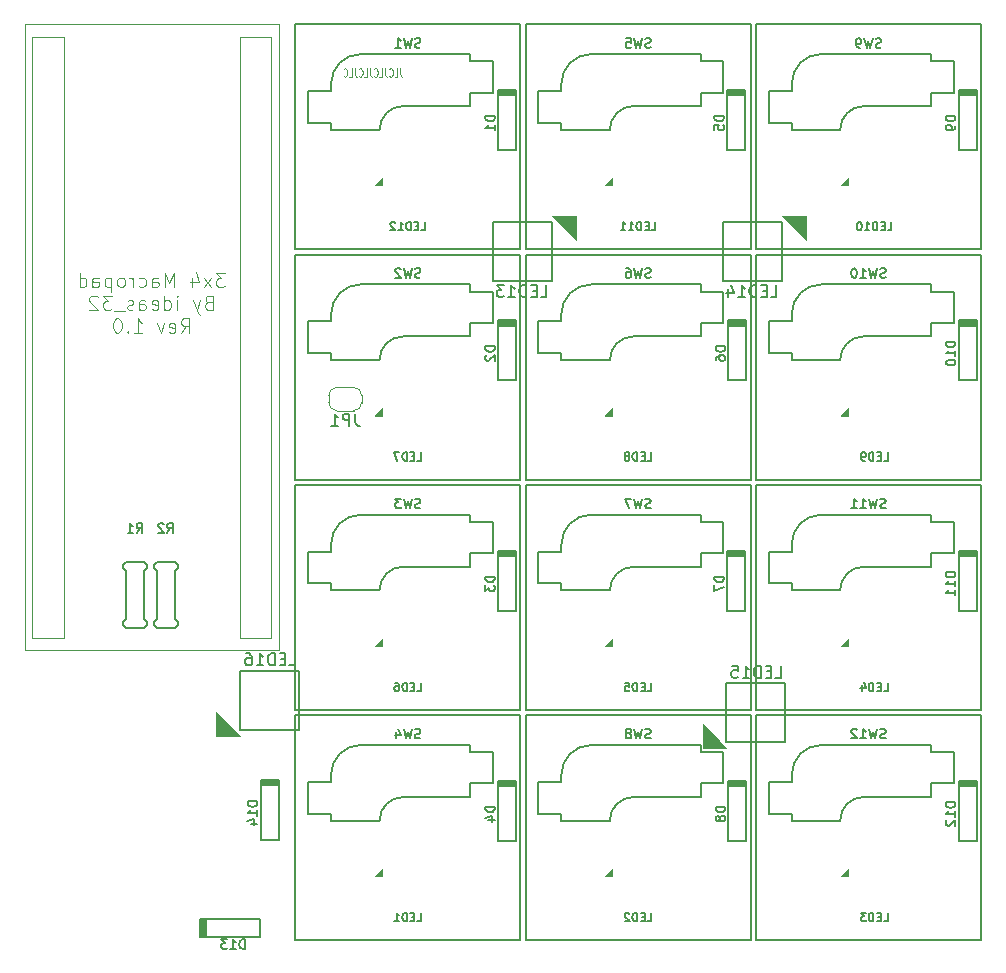
<source format=gbr>
%TF.GenerationSoftware,KiCad,Pcbnew,7.0.5*%
%TF.CreationDate,2023-11-05T18:34:38-08:00*%
%TF.ProjectId,3x4-macropad,3378342d-6d61-4637-926f-7061642e6b69,rev?*%
%TF.SameCoordinates,Original*%
%TF.FileFunction,Legend,Bot*%
%TF.FilePolarity,Positive*%
%FSLAX46Y46*%
G04 Gerber Fmt 4.6, Leading zero omitted, Abs format (unit mm)*
G04 Created by KiCad (PCBNEW 7.0.5) date 2023-11-05 18:34:38*
%MOMM*%
%LPD*%
G01*
G04 APERTURE LIST*
%ADD10C,0.125000*%
%ADD11C,0.150000*%
%ADD12C,0.200000*%
%ADD13C,0.127000*%
%ADD14C,0.100000*%
%ADD15C,0.120000*%
G04 APERTURE END LIST*
D10*
X160355859Y-35207833D02*
X160355859Y-35707833D01*
X160355859Y-35707833D02*
X160379668Y-35807833D01*
X160379668Y-35807833D02*
X160427287Y-35874500D01*
X160427287Y-35874500D02*
X160498716Y-35907833D01*
X160498716Y-35907833D02*
X160546335Y-35907833D01*
X159879669Y-35907833D02*
X160117764Y-35907833D01*
X160117764Y-35907833D02*
X160117764Y-35207833D01*
X159427288Y-35841166D02*
X159451097Y-35874500D01*
X159451097Y-35874500D02*
X159522526Y-35907833D01*
X159522526Y-35907833D02*
X159570145Y-35907833D01*
X159570145Y-35907833D02*
X159641573Y-35874500D01*
X159641573Y-35874500D02*
X159689192Y-35807833D01*
X159689192Y-35807833D02*
X159713002Y-35741166D01*
X159713002Y-35741166D02*
X159736811Y-35607833D01*
X159736811Y-35607833D02*
X159736811Y-35507833D01*
X159736811Y-35507833D02*
X159713002Y-35374500D01*
X159713002Y-35374500D02*
X159689192Y-35307833D01*
X159689192Y-35307833D02*
X159641573Y-35241166D01*
X159641573Y-35241166D02*
X159570145Y-35207833D01*
X159570145Y-35207833D02*
X159522526Y-35207833D01*
X159522526Y-35207833D02*
X159451097Y-35241166D01*
X159451097Y-35241166D02*
X159427288Y-35274500D01*
X159070145Y-35207833D02*
X159070145Y-35707833D01*
X159070145Y-35707833D02*
X159093954Y-35807833D01*
X159093954Y-35807833D02*
X159141573Y-35874500D01*
X159141573Y-35874500D02*
X159213002Y-35907833D01*
X159213002Y-35907833D02*
X159260621Y-35907833D01*
X158593955Y-35907833D02*
X158832050Y-35907833D01*
X158832050Y-35907833D02*
X158832050Y-35207833D01*
X158141574Y-35841166D02*
X158165383Y-35874500D01*
X158165383Y-35874500D02*
X158236812Y-35907833D01*
X158236812Y-35907833D02*
X158284431Y-35907833D01*
X158284431Y-35907833D02*
X158355859Y-35874500D01*
X158355859Y-35874500D02*
X158403478Y-35807833D01*
X158403478Y-35807833D02*
X158427288Y-35741166D01*
X158427288Y-35741166D02*
X158451097Y-35607833D01*
X158451097Y-35607833D02*
X158451097Y-35507833D01*
X158451097Y-35507833D02*
X158427288Y-35374500D01*
X158427288Y-35374500D02*
X158403478Y-35307833D01*
X158403478Y-35307833D02*
X158355859Y-35241166D01*
X158355859Y-35241166D02*
X158284431Y-35207833D01*
X158284431Y-35207833D02*
X158236812Y-35207833D01*
X158236812Y-35207833D02*
X158165383Y-35241166D01*
X158165383Y-35241166D02*
X158141574Y-35274500D01*
X157784431Y-35207833D02*
X157784431Y-35707833D01*
X157784431Y-35707833D02*
X157808240Y-35807833D01*
X157808240Y-35807833D02*
X157855859Y-35874500D01*
X157855859Y-35874500D02*
X157927288Y-35907833D01*
X157927288Y-35907833D02*
X157974907Y-35907833D01*
X157308241Y-35907833D02*
X157546336Y-35907833D01*
X157546336Y-35907833D02*
X157546336Y-35207833D01*
X156855860Y-35841166D02*
X156879669Y-35874500D01*
X156879669Y-35874500D02*
X156951098Y-35907833D01*
X156951098Y-35907833D02*
X156998717Y-35907833D01*
X156998717Y-35907833D02*
X157070145Y-35874500D01*
X157070145Y-35874500D02*
X157117764Y-35807833D01*
X157117764Y-35807833D02*
X157141574Y-35741166D01*
X157141574Y-35741166D02*
X157165383Y-35607833D01*
X157165383Y-35607833D02*
X157165383Y-35507833D01*
X157165383Y-35507833D02*
X157141574Y-35374500D01*
X157141574Y-35374500D02*
X157117764Y-35307833D01*
X157117764Y-35307833D02*
X157070145Y-35241166D01*
X157070145Y-35241166D02*
X156998717Y-35207833D01*
X156998717Y-35207833D02*
X156951098Y-35207833D01*
X156951098Y-35207833D02*
X156879669Y-35241166D01*
X156879669Y-35241166D02*
X156855860Y-35274500D01*
X156498717Y-35207833D02*
X156498717Y-35707833D01*
X156498717Y-35707833D02*
X156522526Y-35807833D01*
X156522526Y-35807833D02*
X156570145Y-35874500D01*
X156570145Y-35874500D02*
X156641574Y-35907833D01*
X156641574Y-35907833D02*
X156689193Y-35907833D01*
X156022527Y-35907833D02*
X156260622Y-35907833D01*
X156260622Y-35907833D02*
X156260622Y-35207833D01*
X155570146Y-35841166D02*
X155593955Y-35874500D01*
X155593955Y-35874500D02*
X155665384Y-35907833D01*
X155665384Y-35907833D02*
X155713003Y-35907833D01*
X155713003Y-35907833D02*
X155784431Y-35874500D01*
X155784431Y-35874500D02*
X155832050Y-35807833D01*
X155832050Y-35807833D02*
X155855860Y-35741166D01*
X155855860Y-35741166D02*
X155879669Y-35607833D01*
X155879669Y-35607833D02*
X155879669Y-35507833D01*
X155879669Y-35507833D02*
X155855860Y-35374500D01*
X155855860Y-35374500D02*
X155832050Y-35307833D01*
X155832050Y-35307833D02*
X155784431Y-35241166D01*
X155784431Y-35241166D02*
X155713003Y-35207833D01*
X155713003Y-35207833D02*
X155665384Y-35207833D01*
X155665384Y-35207833D02*
X155593955Y-35241166D01*
X155593955Y-35241166D02*
X155570146Y-35274500D01*
X145499999Y-52516642D02*
X144757142Y-52516642D01*
X144757142Y-52516642D02*
X145157142Y-52973785D01*
X145157142Y-52973785D02*
X144985713Y-52973785D01*
X144985713Y-52973785D02*
X144871428Y-53030928D01*
X144871428Y-53030928D02*
X144814285Y-53088071D01*
X144814285Y-53088071D02*
X144757142Y-53202357D01*
X144757142Y-53202357D02*
X144757142Y-53488071D01*
X144757142Y-53488071D02*
X144814285Y-53602357D01*
X144814285Y-53602357D02*
X144871428Y-53659500D01*
X144871428Y-53659500D02*
X144985713Y-53716642D01*
X144985713Y-53716642D02*
X145328570Y-53716642D01*
X145328570Y-53716642D02*
X145442856Y-53659500D01*
X145442856Y-53659500D02*
X145499999Y-53602357D01*
X144357142Y-53716642D02*
X143728571Y-52916642D01*
X144357142Y-52916642D02*
X143728571Y-53716642D01*
X142757142Y-52916642D02*
X142757142Y-53716642D01*
X143042856Y-52459500D02*
X143328570Y-53316642D01*
X143328570Y-53316642D02*
X142585713Y-53316642D01*
X141214284Y-53716642D02*
X141214284Y-52516642D01*
X141214284Y-52516642D02*
X140814284Y-53373785D01*
X140814284Y-53373785D02*
X140414284Y-52516642D01*
X140414284Y-52516642D02*
X140414284Y-53716642D01*
X139328570Y-53716642D02*
X139328570Y-53088071D01*
X139328570Y-53088071D02*
X139385712Y-52973785D01*
X139385712Y-52973785D02*
X139499998Y-52916642D01*
X139499998Y-52916642D02*
X139728570Y-52916642D01*
X139728570Y-52916642D02*
X139842855Y-52973785D01*
X139328570Y-53659500D02*
X139442855Y-53716642D01*
X139442855Y-53716642D02*
X139728570Y-53716642D01*
X139728570Y-53716642D02*
X139842855Y-53659500D01*
X139842855Y-53659500D02*
X139899998Y-53545214D01*
X139899998Y-53545214D02*
X139899998Y-53430928D01*
X139899998Y-53430928D02*
X139842855Y-53316642D01*
X139842855Y-53316642D02*
X139728570Y-53259500D01*
X139728570Y-53259500D02*
X139442855Y-53259500D01*
X139442855Y-53259500D02*
X139328570Y-53202357D01*
X138242856Y-53659500D02*
X138357141Y-53716642D01*
X138357141Y-53716642D02*
X138585713Y-53716642D01*
X138585713Y-53716642D02*
X138699998Y-53659500D01*
X138699998Y-53659500D02*
X138757141Y-53602357D01*
X138757141Y-53602357D02*
X138814284Y-53488071D01*
X138814284Y-53488071D02*
X138814284Y-53145214D01*
X138814284Y-53145214D02*
X138757141Y-53030928D01*
X138757141Y-53030928D02*
X138699998Y-52973785D01*
X138699998Y-52973785D02*
X138585713Y-52916642D01*
X138585713Y-52916642D02*
X138357141Y-52916642D01*
X138357141Y-52916642D02*
X138242856Y-52973785D01*
X137728570Y-53716642D02*
X137728570Y-52916642D01*
X137728570Y-53145214D02*
X137671427Y-53030928D01*
X137671427Y-53030928D02*
X137614285Y-52973785D01*
X137614285Y-52973785D02*
X137499999Y-52916642D01*
X137499999Y-52916642D02*
X137385713Y-52916642D01*
X136814285Y-53716642D02*
X136928570Y-53659500D01*
X136928570Y-53659500D02*
X136985713Y-53602357D01*
X136985713Y-53602357D02*
X137042856Y-53488071D01*
X137042856Y-53488071D02*
X137042856Y-53145214D01*
X137042856Y-53145214D02*
X136985713Y-53030928D01*
X136985713Y-53030928D02*
X136928570Y-52973785D01*
X136928570Y-52973785D02*
X136814285Y-52916642D01*
X136814285Y-52916642D02*
X136642856Y-52916642D01*
X136642856Y-52916642D02*
X136528570Y-52973785D01*
X136528570Y-52973785D02*
X136471428Y-53030928D01*
X136471428Y-53030928D02*
X136414285Y-53145214D01*
X136414285Y-53145214D02*
X136414285Y-53488071D01*
X136414285Y-53488071D02*
X136471428Y-53602357D01*
X136471428Y-53602357D02*
X136528570Y-53659500D01*
X136528570Y-53659500D02*
X136642856Y-53716642D01*
X136642856Y-53716642D02*
X136814285Y-53716642D01*
X135899999Y-52916642D02*
X135899999Y-54116642D01*
X135899999Y-52973785D02*
X135785714Y-52916642D01*
X135785714Y-52916642D02*
X135557142Y-52916642D01*
X135557142Y-52916642D02*
X135442856Y-52973785D01*
X135442856Y-52973785D02*
X135385714Y-53030928D01*
X135385714Y-53030928D02*
X135328571Y-53145214D01*
X135328571Y-53145214D02*
X135328571Y-53488071D01*
X135328571Y-53488071D02*
X135385714Y-53602357D01*
X135385714Y-53602357D02*
X135442856Y-53659500D01*
X135442856Y-53659500D02*
X135557142Y-53716642D01*
X135557142Y-53716642D02*
X135785714Y-53716642D01*
X135785714Y-53716642D02*
X135899999Y-53659500D01*
X134300000Y-53716642D02*
X134300000Y-53088071D01*
X134300000Y-53088071D02*
X134357142Y-52973785D01*
X134357142Y-52973785D02*
X134471428Y-52916642D01*
X134471428Y-52916642D02*
X134700000Y-52916642D01*
X134700000Y-52916642D02*
X134814285Y-52973785D01*
X134300000Y-53659500D02*
X134414285Y-53716642D01*
X134414285Y-53716642D02*
X134700000Y-53716642D01*
X134700000Y-53716642D02*
X134814285Y-53659500D01*
X134814285Y-53659500D02*
X134871428Y-53545214D01*
X134871428Y-53545214D02*
X134871428Y-53430928D01*
X134871428Y-53430928D02*
X134814285Y-53316642D01*
X134814285Y-53316642D02*
X134700000Y-53259500D01*
X134700000Y-53259500D02*
X134414285Y-53259500D01*
X134414285Y-53259500D02*
X134300000Y-53202357D01*
X133214286Y-53716642D02*
X133214286Y-52516642D01*
X133214286Y-53659500D02*
X133328571Y-53716642D01*
X133328571Y-53716642D02*
X133557143Y-53716642D01*
X133557143Y-53716642D02*
X133671428Y-53659500D01*
X133671428Y-53659500D02*
X133728571Y-53602357D01*
X133728571Y-53602357D02*
X133785714Y-53488071D01*
X133785714Y-53488071D02*
X133785714Y-53145214D01*
X133785714Y-53145214D02*
X133728571Y-53030928D01*
X133728571Y-53030928D02*
X133671428Y-52973785D01*
X133671428Y-52973785D02*
X133557143Y-52916642D01*
X133557143Y-52916642D02*
X133328571Y-52916642D01*
X133328571Y-52916642D02*
X133214286Y-52973785D01*
X144099999Y-55020071D02*
X143928571Y-55077214D01*
X143928571Y-55077214D02*
X143871428Y-55134357D01*
X143871428Y-55134357D02*
X143814285Y-55248642D01*
X143814285Y-55248642D02*
X143814285Y-55420071D01*
X143814285Y-55420071D02*
X143871428Y-55534357D01*
X143871428Y-55534357D02*
X143928571Y-55591500D01*
X143928571Y-55591500D02*
X144042856Y-55648642D01*
X144042856Y-55648642D02*
X144499999Y-55648642D01*
X144499999Y-55648642D02*
X144499999Y-54448642D01*
X144499999Y-54448642D02*
X144099999Y-54448642D01*
X144099999Y-54448642D02*
X143985714Y-54505785D01*
X143985714Y-54505785D02*
X143928571Y-54562928D01*
X143928571Y-54562928D02*
X143871428Y-54677214D01*
X143871428Y-54677214D02*
X143871428Y-54791500D01*
X143871428Y-54791500D02*
X143928571Y-54905785D01*
X143928571Y-54905785D02*
X143985714Y-54962928D01*
X143985714Y-54962928D02*
X144099999Y-55020071D01*
X144099999Y-55020071D02*
X144499999Y-55020071D01*
X143414285Y-54848642D02*
X143128571Y-55648642D01*
X142842856Y-54848642D02*
X143128571Y-55648642D01*
X143128571Y-55648642D02*
X143242856Y-55934357D01*
X143242856Y-55934357D02*
X143299999Y-55991500D01*
X143299999Y-55991500D02*
X143414285Y-56048642D01*
X141471427Y-55648642D02*
X141471427Y-54848642D01*
X141471427Y-54448642D02*
X141528570Y-54505785D01*
X141528570Y-54505785D02*
X141471427Y-54562928D01*
X141471427Y-54562928D02*
X141414284Y-54505785D01*
X141414284Y-54505785D02*
X141471427Y-54448642D01*
X141471427Y-54448642D02*
X141471427Y-54562928D01*
X140385713Y-55648642D02*
X140385713Y-54448642D01*
X140385713Y-55591500D02*
X140499998Y-55648642D01*
X140499998Y-55648642D02*
X140728570Y-55648642D01*
X140728570Y-55648642D02*
X140842855Y-55591500D01*
X140842855Y-55591500D02*
X140899998Y-55534357D01*
X140899998Y-55534357D02*
X140957141Y-55420071D01*
X140957141Y-55420071D02*
X140957141Y-55077214D01*
X140957141Y-55077214D02*
X140899998Y-54962928D01*
X140899998Y-54962928D02*
X140842855Y-54905785D01*
X140842855Y-54905785D02*
X140728570Y-54848642D01*
X140728570Y-54848642D02*
X140499998Y-54848642D01*
X140499998Y-54848642D02*
X140385713Y-54905785D01*
X139357141Y-55591500D02*
X139471427Y-55648642D01*
X139471427Y-55648642D02*
X139699999Y-55648642D01*
X139699999Y-55648642D02*
X139814284Y-55591500D01*
X139814284Y-55591500D02*
X139871427Y-55477214D01*
X139871427Y-55477214D02*
X139871427Y-55020071D01*
X139871427Y-55020071D02*
X139814284Y-54905785D01*
X139814284Y-54905785D02*
X139699999Y-54848642D01*
X139699999Y-54848642D02*
X139471427Y-54848642D01*
X139471427Y-54848642D02*
X139357141Y-54905785D01*
X139357141Y-54905785D02*
X139299999Y-55020071D01*
X139299999Y-55020071D02*
X139299999Y-55134357D01*
X139299999Y-55134357D02*
X139871427Y-55248642D01*
X138271428Y-55648642D02*
X138271428Y-55020071D01*
X138271428Y-55020071D02*
X138328570Y-54905785D01*
X138328570Y-54905785D02*
X138442856Y-54848642D01*
X138442856Y-54848642D02*
X138671428Y-54848642D01*
X138671428Y-54848642D02*
X138785713Y-54905785D01*
X138271428Y-55591500D02*
X138385713Y-55648642D01*
X138385713Y-55648642D02*
X138671428Y-55648642D01*
X138671428Y-55648642D02*
X138785713Y-55591500D01*
X138785713Y-55591500D02*
X138842856Y-55477214D01*
X138842856Y-55477214D02*
X138842856Y-55362928D01*
X138842856Y-55362928D02*
X138785713Y-55248642D01*
X138785713Y-55248642D02*
X138671428Y-55191500D01*
X138671428Y-55191500D02*
X138385713Y-55191500D01*
X138385713Y-55191500D02*
X138271428Y-55134357D01*
X137757142Y-55591500D02*
X137642856Y-55648642D01*
X137642856Y-55648642D02*
X137414285Y-55648642D01*
X137414285Y-55648642D02*
X137299999Y-55591500D01*
X137299999Y-55591500D02*
X137242856Y-55477214D01*
X137242856Y-55477214D02*
X137242856Y-55420071D01*
X137242856Y-55420071D02*
X137299999Y-55305785D01*
X137299999Y-55305785D02*
X137414285Y-55248642D01*
X137414285Y-55248642D02*
X137585714Y-55248642D01*
X137585714Y-55248642D02*
X137699999Y-55191500D01*
X137699999Y-55191500D02*
X137757142Y-55077214D01*
X137757142Y-55077214D02*
X137757142Y-55020071D01*
X137757142Y-55020071D02*
X137699999Y-54905785D01*
X137699999Y-54905785D02*
X137585714Y-54848642D01*
X137585714Y-54848642D02*
X137414285Y-54848642D01*
X137414285Y-54848642D02*
X137299999Y-54905785D01*
X137014285Y-55762928D02*
X136099999Y-55762928D01*
X135928570Y-54448642D02*
X135185713Y-54448642D01*
X135185713Y-54448642D02*
X135585713Y-54905785D01*
X135585713Y-54905785D02*
X135414284Y-54905785D01*
X135414284Y-54905785D02*
X135299999Y-54962928D01*
X135299999Y-54962928D02*
X135242856Y-55020071D01*
X135242856Y-55020071D02*
X135185713Y-55134357D01*
X135185713Y-55134357D02*
X135185713Y-55420071D01*
X135185713Y-55420071D02*
X135242856Y-55534357D01*
X135242856Y-55534357D02*
X135299999Y-55591500D01*
X135299999Y-55591500D02*
X135414284Y-55648642D01*
X135414284Y-55648642D02*
X135757141Y-55648642D01*
X135757141Y-55648642D02*
X135871427Y-55591500D01*
X135871427Y-55591500D02*
X135928570Y-55534357D01*
X134728570Y-54562928D02*
X134671427Y-54505785D01*
X134671427Y-54505785D02*
X134557142Y-54448642D01*
X134557142Y-54448642D02*
X134271427Y-54448642D01*
X134271427Y-54448642D02*
X134157142Y-54505785D01*
X134157142Y-54505785D02*
X134099999Y-54562928D01*
X134099999Y-54562928D02*
X134042856Y-54677214D01*
X134042856Y-54677214D02*
X134042856Y-54791500D01*
X134042856Y-54791500D02*
X134099999Y-54962928D01*
X134099999Y-54962928D02*
X134785713Y-55648642D01*
X134785713Y-55648642D02*
X134042856Y-55648642D01*
X141785714Y-57580642D02*
X142185714Y-57009214D01*
X142471428Y-57580642D02*
X142471428Y-56380642D01*
X142471428Y-56380642D02*
X142014285Y-56380642D01*
X142014285Y-56380642D02*
X141900000Y-56437785D01*
X141900000Y-56437785D02*
X141842857Y-56494928D01*
X141842857Y-56494928D02*
X141785714Y-56609214D01*
X141785714Y-56609214D02*
X141785714Y-56780642D01*
X141785714Y-56780642D02*
X141842857Y-56894928D01*
X141842857Y-56894928D02*
X141900000Y-56952071D01*
X141900000Y-56952071D02*
X142014285Y-57009214D01*
X142014285Y-57009214D02*
X142471428Y-57009214D01*
X140814285Y-57523500D02*
X140928571Y-57580642D01*
X140928571Y-57580642D02*
X141157143Y-57580642D01*
X141157143Y-57580642D02*
X141271428Y-57523500D01*
X141271428Y-57523500D02*
X141328571Y-57409214D01*
X141328571Y-57409214D02*
X141328571Y-56952071D01*
X141328571Y-56952071D02*
X141271428Y-56837785D01*
X141271428Y-56837785D02*
X141157143Y-56780642D01*
X141157143Y-56780642D02*
X140928571Y-56780642D01*
X140928571Y-56780642D02*
X140814285Y-56837785D01*
X140814285Y-56837785D02*
X140757143Y-56952071D01*
X140757143Y-56952071D02*
X140757143Y-57066357D01*
X140757143Y-57066357D02*
X141328571Y-57180642D01*
X140357143Y-56780642D02*
X140071429Y-57580642D01*
X140071429Y-57580642D02*
X139785714Y-56780642D01*
X137785714Y-57580642D02*
X138471428Y-57580642D01*
X138128571Y-57580642D02*
X138128571Y-56380642D01*
X138128571Y-56380642D02*
X138242857Y-56552071D01*
X138242857Y-56552071D02*
X138357142Y-56666357D01*
X138357142Y-56666357D02*
X138471428Y-56723500D01*
X137271428Y-57466357D02*
X137214285Y-57523500D01*
X137214285Y-57523500D02*
X137271428Y-57580642D01*
X137271428Y-57580642D02*
X137328571Y-57523500D01*
X137328571Y-57523500D02*
X137271428Y-57466357D01*
X137271428Y-57466357D02*
X137271428Y-57580642D01*
X136471428Y-56380642D02*
X136357142Y-56380642D01*
X136357142Y-56380642D02*
X136242856Y-56437785D01*
X136242856Y-56437785D02*
X136185714Y-56494928D01*
X136185714Y-56494928D02*
X136128571Y-56609214D01*
X136128571Y-56609214D02*
X136071428Y-56837785D01*
X136071428Y-56837785D02*
X136071428Y-57123500D01*
X136071428Y-57123500D02*
X136128571Y-57352071D01*
X136128571Y-57352071D02*
X136185714Y-57466357D01*
X136185714Y-57466357D02*
X136242856Y-57523500D01*
X136242856Y-57523500D02*
X136357142Y-57580642D01*
X136357142Y-57580642D02*
X136471428Y-57580642D01*
X136471428Y-57580642D02*
X136585714Y-57523500D01*
X136585714Y-57523500D02*
X136642856Y-57466357D01*
X136642856Y-57466357D02*
X136699999Y-57352071D01*
X136699999Y-57352071D02*
X136757142Y-57123500D01*
X136757142Y-57123500D02*
X136757142Y-56837785D01*
X136757142Y-56837785D02*
X136699999Y-56609214D01*
X136699999Y-56609214D02*
X136642856Y-56494928D01*
X136642856Y-56494928D02*
X136585714Y-56437785D01*
X136585714Y-56437785D02*
X136471428Y-56380642D01*
D11*
%TO.C,SW12*%
X201447619Y-91906200D02*
X201333333Y-91944295D01*
X201333333Y-91944295D02*
X201142857Y-91944295D01*
X201142857Y-91944295D02*
X201066666Y-91906200D01*
X201066666Y-91906200D02*
X201028571Y-91868104D01*
X201028571Y-91868104D02*
X200990476Y-91791914D01*
X200990476Y-91791914D02*
X200990476Y-91715723D01*
X200990476Y-91715723D02*
X201028571Y-91639533D01*
X201028571Y-91639533D02*
X201066666Y-91601438D01*
X201066666Y-91601438D02*
X201142857Y-91563342D01*
X201142857Y-91563342D02*
X201295238Y-91525247D01*
X201295238Y-91525247D02*
X201371428Y-91487152D01*
X201371428Y-91487152D02*
X201409523Y-91449057D01*
X201409523Y-91449057D02*
X201447619Y-91372866D01*
X201447619Y-91372866D02*
X201447619Y-91296676D01*
X201447619Y-91296676D02*
X201409523Y-91220485D01*
X201409523Y-91220485D02*
X201371428Y-91182390D01*
X201371428Y-91182390D02*
X201295238Y-91144295D01*
X201295238Y-91144295D02*
X201104761Y-91144295D01*
X201104761Y-91144295D02*
X200990476Y-91182390D01*
X200723809Y-91144295D02*
X200533333Y-91944295D01*
X200533333Y-91944295D02*
X200380952Y-91372866D01*
X200380952Y-91372866D02*
X200228571Y-91944295D01*
X200228571Y-91944295D02*
X200038095Y-91144295D01*
X199314285Y-91944295D02*
X199771428Y-91944295D01*
X199542856Y-91944295D02*
X199542856Y-91144295D01*
X199542856Y-91144295D02*
X199619047Y-91258580D01*
X199619047Y-91258580D02*
X199695237Y-91334771D01*
X199695237Y-91334771D02*
X199771428Y-91372866D01*
X199009523Y-91220485D02*
X198971427Y-91182390D01*
X198971427Y-91182390D02*
X198895237Y-91144295D01*
X198895237Y-91144295D02*
X198704761Y-91144295D01*
X198704761Y-91144295D02*
X198628570Y-91182390D01*
X198628570Y-91182390D02*
X198590475Y-91220485D01*
X198590475Y-91220485D02*
X198552380Y-91296676D01*
X198552380Y-91296676D02*
X198552380Y-91372866D01*
X198552380Y-91372866D02*
X198590475Y-91487152D01*
X198590475Y-91487152D02*
X199047618Y-91944295D01*
X199047618Y-91944295D02*
X198552380Y-91944295D01*
%TO.C,SW9*%
X201066667Y-33406200D02*
X200952381Y-33444295D01*
X200952381Y-33444295D02*
X200761905Y-33444295D01*
X200761905Y-33444295D02*
X200685714Y-33406200D01*
X200685714Y-33406200D02*
X200647619Y-33368104D01*
X200647619Y-33368104D02*
X200609524Y-33291914D01*
X200609524Y-33291914D02*
X200609524Y-33215723D01*
X200609524Y-33215723D02*
X200647619Y-33139533D01*
X200647619Y-33139533D02*
X200685714Y-33101438D01*
X200685714Y-33101438D02*
X200761905Y-33063342D01*
X200761905Y-33063342D02*
X200914286Y-33025247D01*
X200914286Y-33025247D02*
X200990476Y-32987152D01*
X200990476Y-32987152D02*
X201028571Y-32949057D01*
X201028571Y-32949057D02*
X201066667Y-32872866D01*
X201066667Y-32872866D02*
X201066667Y-32796676D01*
X201066667Y-32796676D02*
X201028571Y-32720485D01*
X201028571Y-32720485D02*
X200990476Y-32682390D01*
X200990476Y-32682390D02*
X200914286Y-32644295D01*
X200914286Y-32644295D02*
X200723809Y-32644295D01*
X200723809Y-32644295D02*
X200609524Y-32682390D01*
X200342857Y-32644295D02*
X200152381Y-33444295D01*
X200152381Y-33444295D02*
X200000000Y-32872866D01*
X200000000Y-32872866D02*
X199847619Y-33444295D01*
X199847619Y-33444295D02*
X199657143Y-32644295D01*
X199314285Y-33444295D02*
X199161904Y-33444295D01*
X199161904Y-33444295D02*
X199085714Y-33406200D01*
X199085714Y-33406200D02*
X199047618Y-33368104D01*
X199047618Y-33368104D02*
X198971428Y-33253819D01*
X198971428Y-33253819D02*
X198933333Y-33101438D01*
X198933333Y-33101438D02*
X198933333Y-32796676D01*
X198933333Y-32796676D02*
X198971428Y-32720485D01*
X198971428Y-32720485D02*
X199009523Y-32682390D01*
X199009523Y-32682390D02*
X199085714Y-32644295D01*
X199085714Y-32644295D02*
X199238095Y-32644295D01*
X199238095Y-32644295D02*
X199314285Y-32682390D01*
X199314285Y-32682390D02*
X199352380Y-32720485D01*
X199352380Y-32720485D02*
X199390476Y-32796676D01*
X199390476Y-32796676D02*
X199390476Y-32987152D01*
X199390476Y-32987152D02*
X199352380Y-33063342D01*
X199352380Y-33063342D02*
X199314285Y-33101438D01*
X199314285Y-33101438D02*
X199238095Y-33139533D01*
X199238095Y-33139533D02*
X199085714Y-33139533D01*
X199085714Y-33139533D02*
X199009523Y-33101438D01*
X199009523Y-33101438D02*
X198971428Y-33063342D01*
X198971428Y-33063342D02*
X198933333Y-32987152D01*
%TO.C,SW8*%
X181566667Y-91906200D02*
X181452381Y-91944295D01*
X181452381Y-91944295D02*
X181261905Y-91944295D01*
X181261905Y-91944295D02*
X181185714Y-91906200D01*
X181185714Y-91906200D02*
X181147619Y-91868104D01*
X181147619Y-91868104D02*
X181109524Y-91791914D01*
X181109524Y-91791914D02*
X181109524Y-91715723D01*
X181109524Y-91715723D02*
X181147619Y-91639533D01*
X181147619Y-91639533D02*
X181185714Y-91601438D01*
X181185714Y-91601438D02*
X181261905Y-91563342D01*
X181261905Y-91563342D02*
X181414286Y-91525247D01*
X181414286Y-91525247D02*
X181490476Y-91487152D01*
X181490476Y-91487152D02*
X181528571Y-91449057D01*
X181528571Y-91449057D02*
X181566667Y-91372866D01*
X181566667Y-91372866D02*
X181566667Y-91296676D01*
X181566667Y-91296676D02*
X181528571Y-91220485D01*
X181528571Y-91220485D02*
X181490476Y-91182390D01*
X181490476Y-91182390D02*
X181414286Y-91144295D01*
X181414286Y-91144295D02*
X181223809Y-91144295D01*
X181223809Y-91144295D02*
X181109524Y-91182390D01*
X180842857Y-91144295D02*
X180652381Y-91944295D01*
X180652381Y-91944295D02*
X180500000Y-91372866D01*
X180500000Y-91372866D02*
X180347619Y-91944295D01*
X180347619Y-91944295D02*
X180157143Y-91144295D01*
X179738095Y-91487152D02*
X179814285Y-91449057D01*
X179814285Y-91449057D02*
X179852380Y-91410961D01*
X179852380Y-91410961D02*
X179890476Y-91334771D01*
X179890476Y-91334771D02*
X179890476Y-91296676D01*
X179890476Y-91296676D02*
X179852380Y-91220485D01*
X179852380Y-91220485D02*
X179814285Y-91182390D01*
X179814285Y-91182390D02*
X179738095Y-91144295D01*
X179738095Y-91144295D02*
X179585714Y-91144295D01*
X179585714Y-91144295D02*
X179509523Y-91182390D01*
X179509523Y-91182390D02*
X179471428Y-91220485D01*
X179471428Y-91220485D02*
X179433333Y-91296676D01*
X179433333Y-91296676D02*
X179433333Y-91334771D01*
X179433333Y-91334771D02*
X179471428Y-91410961D01*
X179471428Y-91410961D02*
X179509523Y-91449057D01*
X179509523Y-91449057D02*
X179585714Y-91487152D01*
X179585714Y-91487152D02*
X179738095Y-91487152D01*
X179738095Y-91487152D02*
X179814285Y-91525247D01*
X179814285Y-91525247D02*
X179852380Y-91563342D01*
X179852380Y-91563342D02*
X179890476Y-91639533D01*
X179890476Y-91639533D02*
X179890476Y-91791914D01*
X179890476Y-91791914D02*
X179852380Y-91868104D01*
X179852380Y-91868104D02*
X179814285Y-91906200D01*
X179814285Y-91906200D02*
X179738095Y-91944295D01*
X179738095Y-91944295D02*
X179585714Y-91944295D01*
X179585714Y-91944295D02*
X179509523Y-91906200D01*
X179509523Y-91906200D02*
X179471428Y-91868104D01*
X179471428Y-91868104D02*
X179433333Y-91791914D01*
X179433333Y-91791914D02*
X179433333Y-91639533D01*
X179433333Y-91639533D02*
X179471428Y-91563342D01*
X179471428Y-91563342D02*
X179509523Y-91525247D01*
X179509523Y-91525247D02*
X179585714Y-91487152D01*
%TO.C,SW1*%
X162066667Y-33406200D02*
X161952381Y-33444295D01*
X161952381Y-33444295D02*
X161761905Y-33444295D01*
X161761905Y-33444295D02*
X161685714Y-33406200D01*
X161685714Y-33406200D02*
X161647619Y-33368104D01*
X161647619Y-33368104D02*
X161609524Y-33291914D01*
X161609524Y-33291914D02*
X161609524Y-33215723D01*
X161609524Y-33215723D02*
X161647619Y-33139533D01*
X161647619Y-33139533D02*
X161685714Y-33101438D01*
X161685714Y-33101438D02*
X161761905Y-33063342D01*
X161761905Y-33063342D02*
X161914286Y-33025247D01*
X161914286Y-33025247D02*
X161990476Y-32987152D01*
X161990476Y-32987152D02*
X162028571Y-32949057D01*
X162028571Y-32949057D02*
X162066667Y-32872866D01*
X162066667Y-32872866D02*
X162066667Y-32796676D01*
X162066667Y-32796676D02*
X162028571Y-32720485D01*
X162028571Y-32720485D02*
X161990476Y-32682390D01*
X161990476Y-32682390D02*
X161914286Y-32644295D01*
X161914286Y-32644295D02*
X161723809Y-32644295D01*
X161723809Y-32644295D02*
X161609524Y-32682390D01*
X161342857Y-32644295D02*
X161152381Y-33444295D01*
X161152381Y-33444295D02*
X161000000Y-32872866D01*
X161000000Y-32872866D02*
X160847619Y-33444295D01*
X160847619Y-33444295D02*
X160657143Y-32644295D01*
X159933333Y-33444295D02*
X160390476Y-33444295D01*
X160161904Y-33444295D02*
X160161904Y-32644295D01*
X160161904Y-32644295D02*
X160238095Y-32758580D01*
X160238095Y-32758580D02*
X160314285Y-32834771D01*
X160314285Y-32834771D02*
X160390476Y-32872866D01*
%TO.C,SW4*%
X162066667Y-91906200D02*
X161952381Y-91944295D01*
X161952381Y-91944295D02*
X161761905Y-91944295D01*
X161761905Y-91944295D02*
X161685714Y-91906200D01*
X161685714Y-91906200D02*
X161647619Y-91868104D01*
X161647619Y-91868104D02*
X161609524Y-91791914D01*
X161609524Y-91791914D02*
X161609524Y-91715723D01*
X161609524Y-91715723D02*
X161647619Y-91639533D01*
X161647619Y-91639533D02*
X161685714Y-91601438D01*
X161685714Y-91601438D02*
X161761905Y-91563342D01*
X161761905Y-91563342D02*
X161914286Y-91525247D01*
X161914286Y-91525247D02*
X161990476Y-91487152D01*
X161990476Y-91487152D02*
X162028571Y-91449057D01*
X162028571Y-91449057D02*
X162066667Y-91372866D01*
X162066667Y-91372866D02*
X162066667Y-91296676D01*
X162066667Y-91296676D02*
X162028571Y-91220485D01*
X162028571Y-91220485D02*
X161990476Y-91182390D01*
X161990476Y-91182390D02*
X161914286Y-91144295D01*
X161914286Y-91144295D02*
X161723809Y-91144295D01*
X161723809Y-91144295D02*
X161609524Y-91182390D01*
X161342857Y-91144295D02*
X161152381Y-91944295D01*
X161152381Y-91944295D02*
X161000000Y-91372866D01*
X161000000Y-91372866D02*
X160847619Y-91944295D01*
X160847619Y-91944295D02*
X160657143Y-91144295D01*
X160009523Y-91410961D02*
X160009523Y-91944295D01*
X160199999Y-91106200D02*
X160390476Y-91677628D01*
X160390476Y-91677628D02*
X159895237Y-91677628D01*
%TO.C,SW11*%
X201447619Y-72406200D02*
X201333333Y-72444295D01*
X201333333Y-72444295D02*
X201142857Y-72444295D01*
X201142857Y-72444295D02*
X201066666Y-72406200D01*
X201066666Y-72406200D02*
X201028571Y-72368104D01*
X201028571Y-72368104D02*
X200990476Y-72291914D01*
X200990476Y-72291914D02*
X200990476Y-72215723D01*
X200990476Y-72215723D02*
X201028571Y-72139533D01*
X201028571Y-72139533D02*
X201066666Y-72101438D01*
X201066666Y-72101438D02*
X201142857Y-72063342D01*
X201142857Y-72063342D02*
X201295238Y-72025247D01*
X201295238Y-72025247D02*
X201371428Y-71987152D01*
X201371428Y-71987152D02*
X201409523Y-71949057D01*
X201409523Y-71949057D02*
X201447619Y-71872866D01*
X201447619Y-71872866D02*
X201447619Y-71796676D01*
X201447619Y-71796676D02*
X201409523Y-71720485D01*
X201409523Y-71720485D02*
X201371428Y-71682390D01*
X201371428Y-71682390D02*
X201295238Y-71644295D01*
X201295238Y-71644295D02*
X201104761Y-71644295D01*
X201104761Y-71644295D02*
X200990476Y-71682390D01*
X200723809Y-71644295D02*
X200533333Y-72444295D01*
X200533333Y-72444295D02*
X200380952Y-71872866D01*
X200380952Y-71872866D02*
X200228571Y-72444295D01*
X200228571Y-72444295D02*
X200038095Y-71644295D01*
X199314285Y-72444295D02*
X199771428Y-72444295D01*
X199542856Y-72444295D02*
X199542856Y-71644295D01*
X199542856Y-71644295D02*
X199619047Y-71758580D01*
X199619047Y-71758580D02*
X199695237Y-71834771D01*
X199695237Y-71834771D02*
X199771428Y-71872866D01*
X198552380Y-72444295D02*
X199009523Y-72444295D01*
X198780951Y-72444295D02*
X198780951Y-71644295D01*
X198780951Y-71644295D02*
X198857142Y-71758580D01*
X198857142Y-71758580D02*
X198933332Y-71834771D01*
X198933332Y-71834771D02*
X199009523Y-71872866D01*
%TO.C,SW5*%
X181566667Y-33406200D02*
X181452381Y-33444295D01*
X181452381Y-33444295D02*
X181261905Y-33444295D01*
X181261905Y-33444295D02*
X181185714Y-33406200D01*
X181185714Y-33406200D02*
X181147619Y-33368104D01*
X181147619Y-33368104D02*
X181109524Y-33291914D01*
X181109524Y-33291914D02*
X181109524Y-33215723D01*
X181109524Y-33215723D02*
X181147619Y-33139533D01*
X181147619Y-33139533D02*
X181185714Y-33101438D01*
X181185714Y-33101438D02*
X181261905Y-33063342D01*
X181261905Y-33063342D02*
X181414286Y-33025247D01*
X181414286Y-33025247D02*
X181490476Y-32987152D01*
X181490476Y-32987152D02*
X181528571Y-32949057D01*
X181528571Y-32949057D02*
X181566667Y-32872866D01*
X181566667Y-32872866D02*
X181566667Y-32796676D01*
X181566667Y-32796676D02*
X181528571Y-32720485D01*
X181528571Y-32720485D02*
X181490476Y-32682390D01*
X181490476Y-32682390D02*
X181414286Y-32644295D01*
X181414286Y-32644295D02*
X181223809Y-32644295D01*
X181223809Y-32644295D02*
X181109524Y-32682390D01*
X180842857Y-32644295D02*
X180652381Y-33444295D01*
X180652381Y-33444295D02*
X180500000Y-32872866D01*
X180500000Y-32872866D02*
X180347619Y-33444295D01*
X180347619Y-33444295D02*
X180157143Y-32644295D01*
X179471428Y-32644295D02*
X179852380Y-32644295D01*
X179852380Y-32644295D02*
X179890476Y-33025247D01*
X179890476Y-33025247D02*
X179852380Y-32987152D01*
X179852380Y-32987152D02*
X179776190Y-32949057D01*
X179776190Y-32949057D02*
X179585714Y-32949057D01*
X179585714Y-32949057D02*
X179509523Y-32987152D01*
X179509523Y-32987152D02*
X179471428Y-33025247D01*
X179471428Y-33025247D02*
X179433333Y-33101438D01*
X179433333Y-33101438D02*
X179433333Y-33291914D01*
X179433333Y-33291914D02*
X179471428Y-33368104D01*
X179471428Y-33368104D02*
X179509523Y-33406200D01*
X179509523Y-33406200D02*
X179585714Y-33444295D01*
X179585714Y-33444295D02*
X179776190Y-33444295D01*
X179776190Y-33444295D02*
X179852380Y-33406200D01*
X179852380Y-33406200D02*
X179890476Y-33368104D01*
%TO.C,SW6*%
X181566667Y-52906200D02*
X181452381Y-52944295D01*
X181452381Y-52944295D02*
X181261905Y-52944295D01*
X181261905Y-52944295D02*
X181185714Y-52906200D01*
X181185714Y-52906200D02*
X181147619Y-52868104D01*
X181147619Y-52868104D02*
X181109524Y-52791914D01*
X181109524Y-52791914D02*
X181109524Y-52715723D01*
X181109524Y-52715723D02*
X181147619Y-52639533D01*
X181147619Y-52639533D02*
X181185714Y-52601438D01*
X181185714Y-52601438D02*
X181261905Y-52563342D01*
X181261905Y-52563342D02*
X181414286Y-52525247D01*
X181414286Y-52525247D02*
X181490476Y-52487152D01*
X181490476Y-52487152D02*
X181528571Y-52449057D01*
X181528571Y-52449057D02*
X181566667Y-52372866D01*
X181566667Y-52372866D02*
X181566667Y-52296676D01*
X181566667Y-52296676D02*
X181528571Y-52220485D01*
X181528571Y-52220485D02*
X181490476Y-52182390D01*
X181490476Y-52182390D02*
X181414286Y-52144295D01*
X181414286Y-52144295D02*
X181223809Y-52144295D01*
X181223809Y-52144295D02*
X181109524Y-52182390D01*
X180842857Y-52144295D02*
X180652381Y-52944295D01*
X180652381Y-52944295D02*
X180500000Y-52372866D01*
X180500000Y-52372866D02*
X180347619Y-52944295D01*
X180347619Y-52944295D02*
X180157143Y-52144295D01*
X179509523Y-52144295D02*
X179661904Y-52144295D01*
X179661904Y-52144295D02*
X179738095Y-52182390D01*
X179738095Y-52182390D02*
X179776190Y-52220485D01*
X179776190Y-52220485D02*
X179852380Y-52334771D01*
X179852380Y-52334771D02*
X179890476Y-52487152D01*
X179890476Y-52487152D02*
X179890476Y-52791914D01*
X179890476Y-52791914D02*
X179852380Y-52868104D01*
X179852380Y-52868104D02*
X179814285Y-52906200D01*
X179814285Y-52906200D02*
X179738095Y-52944295D01*
X179738095Y-52944295D02*
X179585714Y-52944295D01*
X179585714Y-52944295D02*
X179509523Y-52906200D01*
X179509523Y-52906200D02*
X179471428Y-52868104D01*
X179471428Y-52868104D02*
X179433333Y-52791914D01*
X179433333Y-52791914D02*
X179433333Y-52601438D01*
X179433333Y-52601438D02*
X179471428Y-52525247D01*
X179471428Y-52525247D02*
X179509523Y-52487152D01*
X179509523Y-52487152D02*
X179585714Y-52449057D01*
X179585714Y-52449057D02*
X179738095Y-52449057D01*
X179738095Y-52449057D02*
X179814285Y-52487152D01*
X179814285Y-52487152D02*
X179852380Y-52525247D01*
X179852380Y-52525247D02*
X179890476Y-52601438D01*
%TO.C,SW10*%
X201447619Y-52906200D02*
X201333333Y-52944295D01*
X201333333Y-52944295D02*
X201142857Y-52944295D01*
X201142857Y-52944295D02*
X201066666Y-52906200D01*
X201066666Y-52906200D02*
X201028571Y-52868104D01*
X201028571Y-52868104D02*
X200990476Y-52791914D01*
X200990476Y-52791914D02*
X200990476Y-52715723D01*
X200990476Y-52715723D02*
X201028571Y-52639533D01*
X201028571Y-52639533D02*
X201066666Y-52601438D01*
X201066666Y-52601438D02*
X201142857Y-52563342D01*
X201142857Y-52563342D02*
X201295238Y-52525247D01*
X201295238Y-52525247D02*
X201371428Y-52487152D01*
X201371428Y-52487152D02*
X201409523Y-52449057D01*
X201409523Y-52449057D02*
X201447619Y-52372866D01*
X201447619Y-52372866D02*
X201447619Y-52296676D01*
X201447619Y-52296676D02*
X201409523Y-52220485D01*
X201409523Y-52220485D02*
X201371428Y-52182390D01*
X201371428Y-52182390D02*
X201295238Y-52144295D01*
X201295238Y-52144295D02*
X201104761Y-52144295D01*
X201104761Y-52144295D02*
X200990476Y-52182390D01*
X200723809Y-52144295D02*
X200533333Y-52944295D01*
X200533333Y-52944295D02*
X200380952Y-52372866D01*
X200380952Y-52372866D02*
X200228571Y-52944295D01*
X200228571Y-52944295D02*
X200038095Y-52144295D01*
X199314285Y-52944295D02*
X199771428Y-52944295D01*
X199542856Y-52944295D02*
X199542856Y-52144295D01*
X199542856Y-52144295D02*
X199619047Y-52258580D01*
X199619047Y-52258580D02*
X199695237Y-52334771D01*
X199695237Y-52334771D02*
X199771428Y-52372866D01*
X198819046Y-52144295D02*
X198742856Y-52144295D01*
X198742856Y-52144295D02*
X198666665Y-52182390D01*
X198666665Y-52182390D02*
X198628570Y-52220485D01*
X198628570Y-52220485D02*
X198590475Y-52296676D01*
X198590475Y-52296676D02*
X198552380Y-52449057D01*
X198552380Y-52449057D02*
X198552380Y-52639533D01*
X198552380Y-52639533D02*
X198590475Y-52791914D01*
X198590475Y-52791914D02*
X198628570Y-52868104D01*
X198628570Y-52868104D02*
X198666665Y-52906200D01*
X198666665Y-52906200D02*
X198742856Y-52944295D01*
X198742856Y-52944295D02*
X198819046Y-52944295D01*
X198819046Y-52944295D02*
X198895237Y-52906200D01*
X198895237Y-52906200D02*
X198933332Y-52868104D01*
X198933332Y-52868104D02*
X198971427Y-52791914D01*
X198971427Y-52791914D02*
X199009523Y-52639533D01*
X199009523Y-52639533D02*
X199009523Y-52449057D01*
X199009523Y-52449057D02*
X198971427Y-52296676D01*
X198971427Y-52296676D02*
X198933332Y-52220485D01*
X198933332Y-52220485D02*
X198895237Y-52182390D01*
X198895237Y-52182390D02*
X198819046Y-52144295D01*
%TO.C,SW3*%
X162066667Y-72406200D02*
X161952381Y-72444295D01*
X161952381Y-72444295D02*
X161761905Y-72444295D01*
X161761905Y-72444295D02*
X161685714Y-72406200D01*
X161685714Y-72406200D02*
X161647619Y-72368104D01*
X161647619Y-72368104D02*
X161609524Y-72291914D01*
X161609524Y-72291914D02*
X161609524Y-72215723D01*
X161609524Y-72215723D02*
X161647619Y-72139533D01*
X161647619Y-72139533D02*
X161685714Y-72101438D01*
X161685714Y-72101438D02*
X161761905Y-72063342D01*
X161761905Y-72063342D02*
X161914286Y-72025247D01*
X161914286Y-72025247D02*
X161990476Y-71987152D01*
X161990476Y-71987152D02*
X162028571Y-71949057D01*
X162028571Y-71949057D02*
X162066667Y-71872866D01*
X162066667Y-71872866D02*
X162066667Y-71796676D01*
X162066667Y-71796676D02*
X162028571Y-71720485D01*
X162028571Y-71720485D02*
X161990476Y-71682390D01*
X161990476Y-71682390D02*
X161914286Y-71644295D01*
X161914286Y-71644295D02*
X161723809Y-71644295D01*
X161723809Y-71644295D02*
X161609524Y-71682390D01*
X161342857Y-71644295D02*
X161152381Y-72444295D01*
X161152381Y-72444295D02*
X161000000Y-71872866D01*
X161000000Y-71872866D02*
X160847619Y-72444295D01*
X160847619Y-72444295D02*
X160657143Y-71644295D01*
X160428571Y-71644295D02*
X159933333Y-71644295D01*
X159933333Y-71644295D02*
X160199999Y-71949057D01*
X160199999Y-71949057D02*
X160085714Y-71949057D01*
X160085714Y-71949057D02*
X160009523Y-71987152D01*
X160009523Y-71987152D02*
X159971428Y-72025247D01*
X159971428Y-72025247D02*
X159933333Y-72101438D01*
X159933333Y-72101438D02*
X159933333Y-72291914D01*
X159933333Y-72291914D02*
X159971428Y-72368104D01*
X159971428Y-72368104D02*
X160009523Y-72406200D01*
X160009523Y-72406200D02*
X160085714Y-72444295D01*
X160085714Y-72444295D02*
X160314285Y-72444295D01*
X160314285Y-72444295D02*
X160390476Y-72406200D01*
X160390476Y-72406200D02*
X160428571Y-72368104D01*
%TO.C,SW7*%
X181566667Y-72406200D02*
X181452381Y-72444295D01*
X181452381Y-72444295D02*
X181261905Y-72444295D01*
X181261905Y-72444295D02*
X181185714Y-72406200D01*
X181185714Y-72406200D02*
X181147619Y-72368104D01*
X181147619Y-72368104D02*
X181109524Y-72291914D01*
X181109524Y-72291914D02*
X181109524Y-72215723D01*
X181109524Y-72215723D02*
X181147619Y-72139533D01*
X181147619Y-72139533D02*
X181185714Y-72101438D01*
X181185714Y-72101438D02*
X181261905Y-72063342D01*
X181261905Y-72063342D02*
X181414286Y-72025247D01*
X181414286Y-72025247D02*
X181490476Y-71987152D01*
X181490476Y-71987152D02*
X181528571Y-71949057D01*
X181528571Y-71949057D02*
X181566667Y-71872866D01*
X181566667Y-71872866D02*
X181566667Y-71796676D01*
X181566667Y-71796676D02*
X181528571Y-71720485D01*
X181528571Y-71720485D02*
X181490476Y-71682390D01*
X181490476Y-71682390D02*
X181414286Y-71644295D01*
X181414286Y-71644295D02*
X181223809Y-71644295D01*
X181223809Y-71644295D02*
X181109524Y-71682390D01*
X180842857Y-71644295D02*
X180652381Y-72444295D01*
X180652381Y-72444295D02*
X180500000Y-71872866D01*
X180500000Y-71872866D02*
X180347619Y-72444295D01*
X180347619Y-72444295D02*
X180157143Y-71644295D01*
X179928571Y-71644295D02*
X179395237Y-71644295D01*
X179395237Y-71644295D02*
X179738095Y-72444295D01*
%TO.C,SW2*%
X162066667Y-52906200D02*
X161952381Y-52944295D01*
X161952381Y-52944295D02*
X161761905Y-52944295D01*
X161761905Y-52944295D02*
X161685714Y-52906200D01*
X161685714Y-52906200D02*
X161647619Y-52868104D01*
X161647619Y-52868104D02*
X161609524Y-52791914D01*
X161609524Y-52791914D02*
X161609524Y-52715723D01*
X161609524Y-52715723D02*
X161647619Y-52639533D01*
X161647619Y-52639533D02*
X161685714Y-52601438D01*
X161685714Y-52601438D02*
X161761905Y-52563342D01*
X161761905Y-52563342D02*
X161914286Y-52525247D01*
X161914286Y-52525247D02*
X161990476Y-52487152D01*
X161990476Y-52487152D02*
X162028571Y-52449057D01*
X162028571Y-52449057D02*
X162066667Y-52372866D01*
X162066667Y-52372866D02*
X162066667Y-52296676D01*
X162066667Y-52296676D02*
X162028571Y-52220485D01*
X162028571Y-52220485D02*
X161990476Y-52182390D01*
X161990476Y-52182390D02*
X161914286Y-52144295D01*
X161914286Y-52144295D02*
X161723809Y-52144295D01*
X161723809Y-52144295D02*
X161609524Y-52182390D01*
X161342857Y-52144295D02*
X161152381Y-52944295D01*
X161152381Y-52944295D02*
X161000000Y-52372866D01*
X161000000Y-52372866D02*
X160847619Y-52944295D01*
X160847619Y-52944295D02*
X160657143Y-52144295D01*
X160390476Y-52220485D02*
X160352380Y-52182390D01*
X160352380Y-52182390D02*
X160276190Y-52144295D01*
X160276190Y-52144295D02*
X160085714Y-52144295D01*
X160085714Y-52144295D02*
X160009523Y-52182390D01*
X160009523Y-52182390D02*
X159971428Y-52220485D01*
X159971428Y-52220485D02*
X159933333Y-52296676D01*
X159933333Y-52296676D02*
X159933333Y-52372866D01*
X159933333Y-52372866D02*
X159971428Y-52487152D01*
X159971428Y-52487152D02*
X160428571Y-52944295D01*
X160428571Y-52944295D02*
X159933333Y-52944295D01*
D12*
%TO.C,LED13*%
X172235238Y-54562219D02*
X172711428Y-54562219D01*
X172711428Y-54562219D02*
X172711428Y-53562219D01*
X171901904Y-54038409D02*
X171568571Y-54038409D01*
X171425714Y-54562219D02*
X171901904Y-54562219D01*
X171901904Y-54562219D02*
X171901904Y-53562219D01*
X171901904Y-53562219D02*
X171425714Y-53562219D01*
X170997142Y-54562219D02*
X170997142Y-53562219D01*
X170997142Y-53562219D02*
X170759047Y-53562219D01*
X170759047Y-53562219D02*
X170616190Y-53609838D01*
X170616190Y-53609838D02*
X170520952Y-53705076D01*
X170520952Y-53705076D02*
X170473333Y-53800314D01*
X170473333Y-53800314D02*
X170425714Y-53990790D01*
X170425714Y-53990790D02*
X170425714Y-54133647D01*
X170425714Y-54133647D02*
X170473333Y-54324123D01*
X170473333Y-54324123D02*
X170520952Y-54419361D01*
X170520952Y-54419361D02*
X170616190Y-54514600D01*
X170616190Y-54514600D02*
X170759047Y-54562219D01*
X170759047Y-54562219D02*
X170997142Y-54562219D01*
X169473333Y-54562219D02*
X170044761Y-54562219D01*
X169759047Y-54562219D02*
X169759047Y-53562219D01*
X169759047Y-53562219D02*
X169854285Y-53705076D01*
X169854285Y-53705076D02*
X169949523Y-53800314D01*
X169949523Y-53800314D02*
X170044761Y-53847933D01*
X169139999Y-53562219D02*
X168520952Y-53562219D01*
X168520952Y-53562219D02*
X168854285Y-53943171D01*
X168854285Y-53943171D02*
X168711428Y-53943171D01*
X168711428Y-53943171D02*
X168616190Y-53990790D01*
X168616190Y-53990790D02*
X168568571Y-54038409D01*
X168568571Y-54038409D02*
X168520952Y-54133647D01*
X168520952Y-54133647D02*
X168520952Y-54371742D01*
X168520952Y-54371742D02*
X168568571Y-54466980D01*
X168568571Y-54466980D02*
X168616190Y-54514600D01*
X168616190Y-54514600D02*
X168711428Y-54562219D01*
X168711428Y-54562219D02*
X168997142Y-54562219D01*
X168997142Y-54562219D02*
X169092380Y-54514600D01*
X169092380Y-54514600D02*
X169139999Y-54466980D01*
%TO.C,LED15*%
X192105238Y-86792219D02*
X192581428Y-86792219D01*
X192581428Y-86792219D02*
X192581428Y-85792219D01*
X191771904Y-86268409D02*
X191438571Y-86268409D01*
X191295714Y-86792219D02*
X191771904Y-86792219D01*
X191771904Y-86792219D02*
X191771904Y-85792219D01*
X191771904Y-85792219D02*
X191295714Y-85792219D01*
X190867142Y-86792219D02*
X190867142Y-85792219D01*
X190867142Y-85792219D02*
X190629047Y-85792219D01*
X190629047Y-85792219D02*
X190486190Y-85839838D01*
X190486190Y-85839838D02*
X190390952Y-85935076D01*
X190390952Y-85935076D02*
X190343333Y-86030314D01*
X190343333Y-86030314D02*
X190295714Y-86220790D01*
X190295714Y-86220790D02*
X190295714Y-86363647D01*
X190295714Y-86363647D02*
X190343333Y-86554123D01*
X190343333Y-86554123D02*
X190390952Y-86649361D01*
X190390952Y-86649361D02*
X190486190Y-86744600D01*
X190486190Y-86744600D02*
X190629047Y-86792219D01*
X190629047Y-86792219D02*
X190867142Y-86792219D01*
X189343333Y-86792219D02*
X189914761Y-86792219D01*
X189629047Y-86792219D02*
X189629047Y-85792219D01*
X189629047Y-85792219D02*
X189724285Y-85935076D01*
X189724285Y-85935076D02*
X189819523Y-86030314D01*
X189819523Y-86030314D02*
X189914761Y-86077933D01*
X188438571Y-85792219D02*
X188914761Y-85792219D01*
X188914761Y-85792219D02*
X188962380Y-86268409D01*
X188962380Y-86268409D02*
X188914761Y-86220790D01*
X188914761Y-86220790D02*
X188819523Y-86173171D01*
X188819523Y-86173171D02*
X188581428Y-86173171D01*
X188581428Y-86173171D02*
X188486190Y-86220790D01*
X188486190Y-86220790D02*
X188438571Y-86268409D01*
X188438571Y-86268409D02*
X188390952Y-86363647D01*
X188390952Y-86363647D02*
X188390952Y-86601742D01*
X188390952Y-86601742D02*
X188438571Y-86696980D01*
X188438571Y-86696980D02*
X188486190Y-86744600D01*
X188486190Y-86744600D02*
X188581428Y-86792219D01*
X188581428Y-86792219D02*
X188819523Y-86792219D01*
X188819523Y-86792219D02*
X188914761Y-86744600D01*
X188914761Y-86744600D02*
X188962380Y-86696980D01*
%TO.C,LED14*%
X191735238Y-54562219D02*
X192211428Y-54562219D01*
X192211428Y-54562219D02*
X192211428Y-53562219D01*
X191401904Y-54038409D02*
X191068571Y-54038409D01*
X190925714Y-54562219D02*
X191401904Y-54562219D01*
X191401904Y-54562219D02*
X191401904Y-53562219D01*
X191401904Y-53562219D02*
X190925714Y-53562219D01*
X190497142Y-54562219D02*
X190497142Y-53562219D01*
X190497142Y-53562219D02*
X190259047Y-53562219D01*
X190259047Y-53562219D02*
X190116190Y-53609838D01*
X190116190Y-53609838D02*
X190020952Y-53705076D01*
X190020952Y-53705076D02*
X189973333Y-53800314D01*
X189973333Y-53800314D02*
X189925714Y-53990790D01*
X189925714Y-53990790D02*
X189925714Y-54133647D01*
X189925714Y-54133647D02*
X189973333Y-54324123D01*
X189973333Y-54324123D02*
X190020952Y-54419361D01*
X190020952Y-54419361D02*
X190116190Y-54514600D01*
X190116190Y-54514600D02*
X190259047Y-54562219D01*
X190259047Y-54562219D02*
X190497142Y-54562219D01*
X188973333Y-54562219D02*
X189544761Y-54562219D01*
X189259047Y-54562219D02*
X189259047Y-53562219D01*
X189259047Y-53562219D02*
X189354285Y-53705076D01*
X189354285Y-53705076D02*
X189449523Y-53800314D01*
X189449523Y-53800314D02*
X189544761Y-53847933D01*
X188116190Y-53895552D02*
X188116190Y-54562219D01*
X188354285Y-53514600D02*
X188592380Y-54228885D01*
X188592380Y-54228885D02*
X187973333Y-54228885D01*
D11*
%TO.C,LED11*%
X181616667Y-48916033D02*
X181950000Y-48916033D01*
X181950000Y-48916033D02*
X181950000Y-48216033D01*
X181383333Y-48549366D02*
X181150000Y-48549366D01*
X181050000Y-48916033D02*
X181383333Y-48916033D01*
X181383333Y-48916033D02*
X181383333Y-48216033D01*
X181383333Y-48216033D02*
X181050000Y-48216033D01*
X180750000Y-48916033D02*
X180750000Y-48216033D01*
X180750000Y-48216033D02*
X180583333Y-48216033D01*
X180583333Y-48216033D02*
X180483333Y-48249366D01*
X180483333Y-48249366D02*
X180416667Y-48316033D01*
X180416667Y-48316033D02*
X180383333Y-48382700D01*
X180383333Y-48382700D02*
X180350000Y-48516033D01*
X180350000Y-48516033D02*
X180350000Y-48616033D01*
X180350000Y-48616033D02*
X180383333Y-48749366D01*
X180383333Y-48749366D02*
X180416667Y-48816033D01*
X180416667Y-48816033D02*
X180483333Y-48882700D01*
X180483333Y-48882700D02*
X180583333Y-48916033D01*
X180583333Y-48916033D02*
X180750000Y-48916033D01*
X179683333Y-48916033D02*
X180083333Y-48916033D01*
X179883333Y-48916033D02*
X179883333Y-48216033D01*
X179883333Y-48216033D02*
X179950000Y-48316033D01*
X179950000Y-48316033D02*
X180016667Y-48382700D01*
X180016667Y-48382700D02*
X180083333Y-48416033D01*
X179016666Y-48916033D02*
X179416666Y-48916033D01*
X179216666Y-48916033D02*
X179216666Y-48216033D01*
X179216666Y-48216033D02*
X179283333Y-48316033D01*
X179283333Y-48316033D02*
X179350000Y-48382700D01*
X179350000Y-48382700D02*
X179416666Y-48416033D01*
D12*
%TO.C,LED16*%
X150955238Y-85742219D02*
X151431428Y-85742219D01*
X151431428Y-85742219D02*
X151431428Y-84742219D01*
X150621904Y-85218409D02*
X150288571Y-85218409D01*
X150145714Y-85742219D02*
X150621904Y-85742219D01*
X150621904Y-85742219D02*
X150621904Y-84742219D01*
X150621904Y-84742219D02*
X150145714Y-84742219D01*
X149717142Y-85742219D02*
X149717142Y-84742219D01*
X149717142Y-84742219D02*
X149479047Y-84742219D01*
X149479047Y-84742219D02*
X149336190Y-84789838D01*
X149336190Y-84789838D02*
X149240952Y-84885076D01*
X149240952Y-84885076D02*
X149193333Y-84980314D01*
X149193333Y-84980314D02*
X149145714Y-85170790D01*
X149145714Y-85170790D02*
X149145714Y-85313647D01*
X149145714Y-85313647D02*
X149193333Y-85504123D01*
X149193333Y-85504123D02*
X149240952Y-85599361D01*
X149240952Y-85599361D02*
X149336190Y-85694600D01*
X149336190Y-85694600D02*
X149479047Y-85742219D01*
X149479047Y-85742219D02*
X149717142Y-85742219D01*
X148193333Y-85742219D02*
X148764761Y-85742219D01*
X148479047Y-85742219D02*
X148479047Y-84742219D01*
X148479047Y-84742219D02*
X148574285Y-84885076D01*
X148574285Y-84885076D02*
X148669523Y-84980314D01*
X148669523Y-84980314D02*
X148764761Y-85027933D01*
X147336190Y-84742219D02*
X147526666Y-84742219D01*
X147526666Y-84742219D02*
X147621904Y-84789838D01*
X147621904Y-84789838D02*
X147669523Y-84837457D01*
X147669523Y-84837457D02*
X147764761Y-84980314D01*
X147764761Y-84980314D02*
X147812380Y-85170790D01*
X147812380Y-85170790D02*
X147812380Y-85551742D01*
X147812380Y-85551742D02*
X147764761Y-85646980D01*
X147764761Y-85646980D02*
X147717142Y-85694600D01*
X147717142Y-85694600D02*
X147621904Y-85742219D01*
X147621904Y-85742219D02*
X147431428Y-85742219D01*
X147431428Y-85742219D02*
X147336190Y-85694600D01*
X147336190Y-85694600D02*
X147288571Y-85646980D01*
X147288571Y-85646980D02*
X147240952Y-85551742D01*
X147240952Y-85551742D02*
X147240952Y-85313647D01*
X147240952Y-85313647D02*
X147288571Y-85218409D01*
X147288571Y-85218409D02*
X147336190Y-85170790D01*
X147336190Y-85170790D02*
X147431428Y-85123171D01*
X147431428Y-85123171D02*
X147621904Y-85123171D01*
X147621904Y-85123171D02*
X147717142Y-85170790D01*
X147717142Y-85170790D02*
X147764761Y-85218409D01*
X147764761Y-85218409D02*
X147812380Y-85313647D01*
D11*
%TO.C,LED3*%
X201283333Y-107416033D02*
X201616666Y-107416033D01*
X201616666Y-107416033D02*
X201616666Y-106716033D01*
X201049999Y-107049366D02*
X200816666Y-107049366D01*
X200716666Y-107416033D02*
X201049999Y-107416033D01*
X201049999Y-107416033D02*
X201049999Y-106716033D01*
X201049999Y-106716033D02*
X200716666Y-106716033D01*
X200416666Y-107416033D02*
X200416666Y-106716033D01*
X200416666Y-106716033D02*
X200249999Y-106716033D01*
X200249999Y-106716033D02*
X200149999Y-106749366D01*
X200149999Y-106749366D02*
X200083333Y-106816033D01*
X200083333Y-106816033D02*
X200049999Y-106882700D01*
X200049999Y-106882700D02*
X200016666Y-107016033D01*
X200016666Y-107016033D02*
X200016666Y-107116033D01*
X200016666Y-107116033D02*
X200049999Y-107249366D01*
X200049999Y-107249366D02*
X200083333Y-107316033D01*
X200083333Y-107316033D02*
X200149999Y-107382700D01*
X200149999Y-107382700D02*
X200249999Y-107416033D01*
X200249999Y-107416033D02*
X200416666Y-107416033D01*
X199783333Y-106716033D02*
X199349999Y-106716033D01*
X199349999Y-106716033D02*
X199583333Y-106982700D01*
X199583333Y-106982700D02*
X199483333Y-106982700D01*
X199483333Y-106982700D02*
X199416666Y-107016033D01*
X199416666Y-107016033D02*
X199383333Y-107049366D01*
X199383333Y-107049366D02*
X199349999Y-107116033D01*
X199349999Y-107116033D02*
X199349999Y-107282700D01*
X199349999Y-107282700D02*
X199383333Y-107349366D01*
X199383333Y-107349366D02*
X199416666Y-107382700D01*
X199416666Y-107382700D02*
X199483333Y-107416033D01*
X199483333Y-107416033D02*
X199683333Y-107416033D01*
X199683333Y-107416033D02*
X199749999Y-107382700D01*
X199749999Y-107382700D02*
X199783333Y-107349366D01*
%TO.C,D14*%
X148262295Y-97253971D02*
X147462295Y-97253971D01*
X147462295Y-97253971D02*
X147462295Y-97444447D01*
X147462295Y-97444447D02*
X147500390Y-97558733D01*
X147500390Y-97558733D02*
X147576580Y-97634923D01*
X147576580Y-97634923D02*
X147652771Y-97673018D01*
X147652771Y-97673018D02*
X147805152Y-97711114D01*
X147805152Y-97711114D02*
X147919438Y-97711114D01*
X147919438Y-97711114D02*
X148071819Y-97673018D01*
X148071819Y-97673018D02*
X148148009Y-97634923D01*
X148148009Y-97634923D02*
X148224200Y-97558733D01*
X148224200Y-97558733D02*
X148262295Y-97444447D01*
X148262295Y-97444447D02*
X148262295Y-97253971D01*
X148262295Y-98473018D02*
X148262295Y-98015875D01*
X148262295Y-98244447D02*
X147462295Y-98244447D01*
X147462295Y-98244447D02*
X147576580Y-98168256D01*
X147576580Y-98168256D02*
X147652771Y-98092066D01*
X147652771Y-98092066D02*
X147690866Y-98015875D01*
X147728961Y-99158733D02*
X148262295Y-99158733D01*
X147424200Y-98968257D02*
X147995628Y-98777780D01*
X147995628Y-98777780D02*
X147995628Y-99273019D01*
%TO.C,LED8*%
X181283333Y-68416033D02*
X181616666Y-68416033D01*
X181616666Y-68416033D02*
X181616666Y-67716033D01*
X181049999Y-68049366D02*
X180816666Y-68049366D01*
X180716666Y-68416033D02*
X181049999Y-68416033D01*
X181049999Y-68416033D02*
X181049999Y-67716033D01*
X181049999Y-67716033D02*
X180716666Y-67716033D01*
X180416666Y-68416033D02*
X180416666Y-67716033D01*
X180416666Y-67716033D02*
X180249999Y-67716033D01*
X180249999Y-67716033D02*
X180149999Y-67749366D01*
X180149999Y-67749366D02*
X180083333Y-67816033D01*
X180083333Y-67816033D02*
X180049999Y-67882700D01*
X180049999Y-67882700D02*
X180016666Y-68016033D01*
X180016666Y-68016033D02*
X180016666Y-68116033D01*
X180016666Y-68116033D02*
X180049999Y-68249366D01*
X180049999Y-68249366D02*
X180083333Y-68316033D01*
X180083333Y-68316033D02*
X180149999Y-68382700D01*
X180149999Y-68382700D02*
X180249999Y-68416033D01*
X180249999Y-68416033D02*
X180416666Y-68416033D01*
X179616666Y-68016033D02*
X179683333Y-67982700D01*
X179683333Y-67982700D02*
X179716666Y-67949366D01*
X179716666Y-67949366D02*
X179749999Y-67882700D01*
X179749999Y-67882700D02*
X179749999Y-67849366D01*
X179749999Y-67849366D02*
X179716666Y-67782700D01*
X179716666Y-67782700D02*
X179683333Y-67749366D01*
X179683333Y-67749366D02*
X179616666Y-67716033D01*
X179616666Y-67716033D02*
X179483333Y-67716033D01*
X179483333Y-67716033D02*
X179416666Y-67749366D01*
X179416666Y-67749366D02*
X179383333Y-67782700D01*
X179383333Y-67782700D02*
X179349999Y-67849366D01*
X179349999Y-67849366D02*
X179349999Y-67882700D01*
X179349999Y-67882700D02*
X179383333Y-67949366D01*
X179383333Y-67949366D02*
X179416666Y-67982700D01*
X179416666Y-67982700D02*
X179483333Y-68016033D01*
X179483333Y-68016033D02*
X179616666Y-68016033D01*
X179616666Y-68016033D02*
X179683333Y-68049366D01*
X179683333Y-68049366D02*
X179716666Y-68082700D01*
X179716666Y-68082700D02*
X179749999Y-68149366D01*
X179749999Y-68149366D02*
X179749999Y-68282700D01*
X179749999Y-68282700D02*
X179716666Y-68349366D01*
X179716666Y-68349366D02*
X179683333Y-68382700D01*
X179683333Y-68382700D02*
X179616666Y-68416033D01*
X179616666Y-68416033D02*
X179483333Y-68416033D01*
X179483333Y-68416033D02*
X179416666Y-68382700D01*
X179416666Y-68382700D02*
X179383333Y-68349366D01*
X179383333Y-68349366D02*
X179349999Y-68282700D01*
X179349999Y-68282700D02*
X179349999Y-68149366D01*
X179349999Y-68149366D02*
X179383333Y-68082700D01*
X179383333Y-68082700D02*
X179416666Y-68049366D01*
X179416666Y-68049366D02*
X179483333Y-68016033D01*
%TO.C,LED10*%
X201616667Y-48916033D02*
X201950000Y-48916033D01*
X201950000Y-48916033D02*
X201950000Y-48216033D01*
X201383333Y-48549366D02*
X201150000Y-48549366D01*
X201050000Y-48916033D02*
X201383333Y-48916033D01*
X201383333Y-48916033D02*
X201383333Y-48216033D01*
X201383333Y-48216033D02*
X201050000Y-48216033D01*
X200750000Y-48916033D02*
X200750000Y-48216033D01*
X200750000Y-48216033D02*
X200583333Y-48216033D01*
X200583333Y-48216033D02*
X200483333Y-48249366D01*
X200483333Y-48249366D02*
X200416667Y-48316033D01*
X200416667Y-48316033D02*
X200383333Y-48382700D01*
X200383333Y-48382700D02*
X200350000Y-48516033D01*
X200350000Y-48516033D02*
X200350000Y-48616033D01*
X200350000Y-48616033D02*
X200383333Y-48749366D01*
X200383333Y-48749366D02*
X200416667Y-48816033D01*
X200416667Y-48816033D02*
X200483333Y-48882700D01*
X200483333Y-48882700D02*
X200583333Y-48916033D01*
X200583333Y-48916033D02*
X200750000Y-48916033D01*
X199683333Y-48916033D02*
X200083333Y-48916033D01*
X199883333Y-48916033D02*
X199883333Y-48216033D01*
X199883333Y-48216033D02*
X199950000Y-48316033D01*
X199950000Y-48316033D02*
X200016667Y-48382700D01*
X200016667Y-48382700D02*
X200083333Y-48416033D01*
X199250000Y-48216033D02*
X199183333Y-48216033D01*
X199183333Y-48216033D02*
X199116666Y-48249366D01*
X199116666Y-48249366D02*
X199083333Y-48282700D01*
X199083333Y-48282700D02*
X199050000Y-48349366D01*
X199050000Y-48349366D02*
X199016666Y-48482700D01*
X199016666Y-48482700D02*
X199016666Y-48649366D01*
X199016666Y-48649366D02*
X199050000Y-48782700D01*
X199050000Y-48782700D02*
X199083333Y-48849366D01*
X199083333Y-48849366D02*
X199116666Y-48882700D01*
X199116666Y-48882700D02*
X199183333Y-48916033D01*
X199183333Y-48916033D02*
X199250000Y-48916033D01*
X199250000Y-48916033D02*
X199316666Y-48882700D01*
X199316666Y-48882700D02*
X199350000Y-48849366D01*
X199350000Y-48849366D02*
X199383333Y-48782700D01*
X199383333Y-48782700D02*
X199416666Y-48649366D01*
X199416666Y-48649366D02*
X199416666Y-48482700D01*
X199416666Y-48482700D02*
X199383333Y-48349366D01*
X199383333Y-48349366D02*
X199350000Y-48282700D01*
X199350000Y-48282700D02*
X199316666Y-48249366D01*
X199316666Y-48249366D02*
X199250000Y-48216033D01*
%TO.C,D11*%
X207362295Y-77853971D02*
X206562295Y-77853971D01*
X206562295Y-77853971D02*
X206562295Y-78044447D01*
X206562295Y-78044447D02*
X206600390Y-78158733D01*
X206600390Y-78158733D02*
X206676580Y-78234923D01*
X206676580Y-78234923D02*
X206752771Y-78273018D01*
X206752771Y-78273018D02*
X206905152Y-78311114D01*
X206905152Y-78311114D02*
X207019438Y-78311114D01*
X207019438Y-78311114D02*
X207171819Y-78273018D01*
X207171819Y-78273018D02*
X207248009Y-78234923D01*
X207248009Y-78234923D02*
X207324200Y-78158733D01*
X207324200Y-78158733D02*
X207362295Y-78044447D01*
X207362295Y-78044447D02*
X207362295Y-77853971D01*
X207362295Y-79073018D02*
X207362295Y-78615875D01*
X207362295Y-78844447D02*
X206562295Y-78844447D01*
X206562295Y-78844447D02*
X206676580Y-78768256D01*
X206676580Y-78768256D02*
X206752771Y-78692066D01*
X206752771Y-78692066D02*
X206790866Y-78615875D01*
X207362295Y-79834923D02*
X207362295Y-79377780D01*
X207362295Y-79606352D02*
X206562295Y-79606352D01*
X206562295Y-79606352D02*
X206676580Y-79530161D01*
X206676580Y-79530161D02*
X206752771Y-79453971D01*
X206752771Y-79453971D02*
X206790866Y-79377780D01*
%TO.C,D5*%
X187762295Y-39234924D02*
X186962295Y-39234924D01*
X186962295Y-39234924D02*
X186962295Y-39425400D01*
X186962295Y-39425400D02*
X187000390Y-39539686D01*
X187000390Y-39539686D02*
X187076580Y-39615876D01*
X187076580Y-39615876D02*
X187152771Y-39653971D01*
X187152771Y-39653971D02*
X187305152Y-39692067D01*
X187305152Y-39692067D02*
X187419438Y-39692067D01*
X187419438Y-39692067D02*
X187571819Y-39653971D01*
X187571819Y-39653971D02*
X187648009Y-39615876D01*
X187648009Y-39615876D02*
X187724200Y-39539686D01*
X187724200Y-39539686D02*
X187762295Y-39425400D01*
X187762295Y-39425400D02*
X187762295Y-39234924D01*
X186962295Y-40415876D02*
X186962295Y-40034924D01*
X186962295Y-40034924D02*
X187343247Y-39996828D01*
X187343247Y-39996828D02*
X187305152Y-40034924D01*
X187305152Y-40034924D02*
X187267057Y-40111114D01*
X187267057Y-40111114D02*
X187267057Y-40301590D01*
X187267057Y-40301590D02*
X187305152Y-40377781D01*
X187305152Y-40377781D02*
X187343247Y-40415876D01*
X187343247Y-40415876D02*
X187419438Y-40453971D01*
X187419438Y-40453971D02*
X187609914Y-40453971D01*
X187609914Y-40453971D02*
X187686104Y-40415876D01*
X187686104Y-40415876D02*
X187724200Y-40377781D01*
X187724200Y-40377781D02*
X187762295Y-40301590D01*
X187762295Y-40301590D02*
X187762295Y-40111114D01*
X187762295Y-40111114D02*
X187724200Y-40034924D01*
X187724200Y-40034924D02*
X187686104Y-39996828D01*
%TO.C,LED9*%
X201283333Y-68416033D02*
X201616666Y-68416033D01*
X201616666Y-68416033D02*
X201616666Y-67716033D01*
X201049999Y-68049366D02*
X200816666Y-68049366D01*
X200716666Y-68416033D02*
X201049999Y-68416033D01*
X201049999Y-68416033D02*
X201049999Y-67716033D01*
X201049999Y-67716033D02*
X200716666Y-67716033D01*
X200416666Y-68416033D02*
X200416666Y-67716033D01*
X200416666Y-67716033D02*
X200249999Y-67716033D01*
X200249999Y-67716033D02*
X200149999Y-67749366D01*
X200149999Y-67749366D02*
X200083333Y-67816033D01*
X200083333Y-67816033D02*
X200049999Y-67882700D01*
X200049999Y-67882700D02*
X200016666Y-68016033D01*
X200016666Y-68016033D02*
X200016666Y-68116033D01*
X200016666Y-68116033D02*
X200049999Y-68249366D01*
X200049999Y-68249366D02*
X200083333Y-68316033D01*
X200083333Y-68316033D02*
X200149999Y-68382700D01*
X200149999Y-68382700D02*
X200249999Y-68416033D01*
X200249999Y-68416033D02*
X200416666Y-68416033D01*
X199683333Y-68416033D02*
X199549999Y-68416033D01*
X199549999Y-68416033D02*
X199483333Y-68382700D01*
X199483333Y-68382700D02*
X199449999Y-68349366D01*
X199449999Y-68349366D02*
X199383333Y-68249366D01*
X199383333Y-68249366D02*
X199349999Y-68116033D01*
X199349999Y-68116033D02*
X199349999Y-67849366D01*
X199349999Y-67849366D02*
X199383333Y-67782700D01*
X199383333Y-67782700D02*
X199416666Y-67749366D01*
X199416666Y-67749366D02*
X199483333Y-67716033D01*
X199483333Y-67716033D02*
X199616666Y-67716033D01*
X199616666Y-67716033D02*
X199683333Y-67749366D01*
X199683333Y-67749366D02*
X199716666Y-67782700D01*
X199716666Y-67782700D02*
X199749999Y-67849366D01*
X199749999Y-67849366D02*
X199749999Y-68016033D01*
X199749999Y-68016033D02*
X199716666Y-68082700D01*
X199716666Y-68082700D02*
X199683333Y-68116033D01*
X199683333Y-68116033D02*
X199616666Y-68149366D01*
X199616666Y-68149366D02*
X199483333Y-68149366D01*
X199483333Y-68149366D02*
X199416666Y-68116033D01*
X199416666Y-68116033D02*
X199383333Y-68082700D01*
X199383333Y-68082700D02*
X199349999Y-68016033D01*
%TO.C,LED12*%
X162116667Y-48916033D02*
X162450000Y-48916033D01*
X162450000Y-48916033D02*
X162450000Y-48216033D01*
X161883333Y-48549366D02*
X161650000Y-48549366D01*
X161550000Y-48916033D02*
X161883333Y-48916033D01*
X161883333Y-48916033D02*
X161883333Y-48216033D01*
X161883333Y-48216033D02*
X161550000Y-48216033D01*
X161250000Y-48916033D02*
X161250000Y-48216033D01*
X161250000Y-48216033D02*
X161083333Y-48216033D01*
X161083333Y-48216033D02*
X160983333Y-48249366D01*
X160983333Y-48249366D02*
X160916667Y-48316033D01*
X160916667Y-48316033D02*
X160883333Y-48382700D01*
X160883333Y-48382700D02*
X160850000Y-48516033D01*
X160850000Y-48516033D02*
X160850000Y-48616033D01*
X160850000Y-48616033D02*
X160883333Y-48749366D01*
X160883333Y-48749366D02*
X160916667Y-48816033D01*
X160916667Y-48816033D02*
X160983333Y-48882700D01*
X160983333Y-48882700D02*
X161083333Y-48916033D01*
X161083333Y-48916033D02*
X161250000Y-48916033D01*
X160183333Y-48916033D02*
X160583333Y-48916033D01*
X160383333Y-48916033D02*
X160383333Y-48216033D01*
X160383333Y-48216033D02*
X160450000Y-48316033D01*
X160450000Y-48316033D02*
X160516667Y-48382700D01*
X160516667Y-48382700D02*
X160583333Y-48416033D01*
X159916666Y-48282700D02*
X159883333Y-48249366D01*
X159883333Y-48249366D02*
X159816666Y-48216033D01*
X159816666Y-48216033D02*
X159650000Y-48216033D01*
X159650000Y-48216033D02*
X159583333Y-48249366D01*
X159583333Y-48249366D02*
X159550000Y-48282700D01*
X159550000Y-48282700D02*
X159516666Y-48349366D01*
X159516666Y-48349366D02*
X159516666Y-48416033D01*
X159516666Y-48416033D02*
X159550000Y-48516033D01*
X159550000Y-48516033D02*
X159950000Y-48916033D01*
X159950000Y-48916033D02*
X159516666Y-48916033D01*
%TO.C,LED4*%
X201283333Y-87916033D02*
X201616666Y-87916033D01*
X201616666Y-87916033D02*
X201616666Y-87216033D01*
X201049999Y-87549366D02*
X200816666Y-87549366D01*
X200716666Y-87916033D02*
X201049999Y-87916033D01*
X201049999Y-87916033D02*
X201049999Y-87216033D01*
X201049999Y-87216033D02*
X200716666Y-87216033D01*
X200416666Y-87916033D02*
X200416666Y-87216033D01*
X200416666Y-87216033D02*
X200249999Y-87216033D01*
X200249999Y-87216033D02*
X200149999Y-87249366D01*
X200149999Y-87249366D02*
X200083333Y-87316033D01*
X200083333Y-87316033D02*
X200049999Y-87382700D01*
X200049999Y-87382700D02*
X200016666Y-87516033D01*
X200016666Y-87516033D02*
X200016666Y-87616033D01*
X200016666Y-87616033D02*
X200049999Y-87749366D01*
X200049999Y-87749366D02*
X200083333Y-87816033D01*
X200083333Y-87816033D02*
X200149999Y-87882700D01*
X200149999Y-87882700D02*
X200249999Y-87916033D01*
X200249999Y-87916033D02*
X200416666Y-87916033D01*
X199416666Y-87449366D02*
X199416666Y-87916033D01*
X199583333Y-87182700D02*
X199749999Y-87682700D01*
X199749999Y-87682700D02*
X199316666Y-87682700D01*
%TO.C,LED6*%
X161783333Y-87916033D02*
X162116666Y-87916033D01*
X162116666Y-87916033D02*
X162116666Y-87216033D01*
X161549999Y-87549366D02*
X161316666Y-87549366D01*
X161216666Y-87916033D02*
X161549999Y-87916033D01*
X161549999Y-87916033D02*
X161549999Y-87216033D01*
X161549999Y-87216033D02*
X161216666Y-87216033D01*
X160916666Y-87916033D02*
X160916666Y-87216033D01*
X160916666Y-87216033D02*
X160749999Y-87216033D01*
X160749999Y-87216033D02*
X160649999Y-87249366D01*
X160649999Y-87249366D02*
X160583333Y-87316033D01*
X160583333Y-87316033D02*
X160549999Y-87382700D01*
X160549999Y-87382700D02*
X160516666Y-87516033D01*
X160516666Y-87516033D02*
X160516666Y-87616033D01*
X160516666Y-87616033D02*
X160549999Y-87749366D01*
X160549999Y-87749366D02*
X160583333Y-87816033D01*
X160583333Y-87816033D02*
X160649999Y-87882700D01*
X160649999Y-87882700D02*
X160749999Y-87916033D01*
X160749999Y-87916033D02*
X160916666Y-87916033D01*
X159916666Y-87216033D02*
X160049999Y-87216033D01*
X160049999Y-87216033D02*
X160116666Y-87249366D01*
X160116666Y-87249366D02*
X160149999Y-87282700D01*
X160149999Y-87282700D02*
X160216666Y-87382700D01*
X160216666Y-87382700D02*
X160249999Y-87516033D01*
X160249999Y-87516033D02*
X160249999Y-87782700D01*
X160249999Y-87782700D02*
X160216666Y-87849366D01*
X160216666Y-87849366D02*
X160183333Y-87882700D01*
X160183333Y-87882700D02*
X160116666Y-87916033D01*
X160116666Y-87916033D02*
X159983333Y-87916033D01*
X159983333Y-87916033D02*
X159916666Y-87882700D01*
X159916666Y-87882700D02*
X159883333Y-87849366D01*
X159883333Y-87849366D02*
X159849999Y-87782700D01*
X159849999Y-87782700D02*
X159849999Y-87616033D01*
X159849999Y-87616033D02*
X159883333Y-87549366D01*
X159883333Y-87549366D02*
X159916666Y-87516033D01*
X159916666Y-87516033D02*
X159983333Y-87482700D01*
X159983333Y-87482700D02*
X160116666Y-87482700D01*
X160116666Y-87482700D02*
X160183333Y-87516033D01*
X160183333Y-87516033D02*
X160216666Y-87549366D01*
X160216666Y-87549366D02*
X160249999Y-87616033D01*
%TO.C,R2*%
X140633332Y-74530295D02*
X140899999Y-74149342D01*
X141090475Y-74530295D02*
X141090475Y-73730295D01*
X141090475Y-73730295D02*
X140785713Y-73730295D01*
X140785713Y-73730295D02*
X140709523Y-73768390D01*
X140709523Y-73768390D02*
X140671428Y-73806485D01*
X140671428Y-73806485D02*
X140633332Y-73882676D01*
X140633332Y-73882676D02*
X140633332Y-73996961D01*
X140633332Y-73996961D02*
X140671428Y-74073152D01*
X140671428Y-74073152D02*
X140709523Y-74111247D01*
X140709523Y-74111247D02*
X140785713Y-74149342D01*
X140785713Y-74149342D02*
X141090475Y-74149342D01*
X140328571Y-73806485D02*
X140290475Y-73768390D01*
X140290475Y-73768390D02*
X140214285Y-73730295D01*
X140214285Y-73730295D02*
X140023809Y-73730295D01*
X140023809Y-73730295D02*
X139947618Y-73768390D01*
X139947618Y-73768390D02*
X139909523Y-73806485D01*
X139909523Y-73806485D02*
X139871428Y-73882676D01*
X139871428Y-73882676D02*
X139871428Y-73958866D01*
X139871428Y-73958866D02*
X139909523Y-74073152D01*
X139909523Y-74073152D02*
X140366666Y-74530295D01*
X140366666Y-74530295D02*
X139871428Y-74530295D01*
%TO.C,LED2*%
X181283333Y-107416033D02*
X181616666Y-107416033D01*
X181616666Y-107416033D02*
X181616666Y-106716033D01*
X181049999Y-107049366D02*
X180816666Y-107049366D01*
X180716666Y-107416033D02*
X181049999Y-107416033D01*
X181049999Y-107416033D02*
X181049999Y-106716033D01*
X181049999Y-106716033D02*
X180716666Y-106716033D01*
X180416666Y-107416033D02*
X180416666Y-106716033D01*
X180416666Y-106716033D02*
X180249999Y-106716033D01*
X180249999Y-106716033D02*
X180149999Y-106749366D01*
X180149999Y-106749366D02*
X180083333Y-106816033D01*
X180083333Y-106816033D02*
X180049999Y-106882700D01*
X180049999Y-106882700D02*
X180016666Y-107016033D01*
X180016666Y-107016033D02*
X180016666Y-107116033D01*
X180016666Y-107116033D02*
X180049999Y-107249366D01*
X180049999Y-107249366D02*
X180083333Y-107316033D01*
X180083333Y-107316033D02*
X180149999Y-107382700D01*
X180149999Y-107382700D02*
X180249999Y-107416033D01*
X180249999Y-107416033D02*
X180416666Y-107416033D01*
X179749999Y-106782700D02*
X179716666Y-106749366D01*
X179716666Y-106749366D02*
X179649999Y-106716033D01*
X179649999Y-106716033D02*
X179483333Y-106716033D01*
X179483333Y-106716033D02*
X179416666Y-106749366D01*
X179416666Y-106749366D02*
X179383333Y-106782700D01*
X179383333Y-106782700D02*
X179349999Y-106849366D01*
X179349999Y-106849366D02*
X179349999Y-106916033D01*
X179349999Y-106916033D02*
X179383333Y-107016033D01*
X179383333Y-107016033D02*
X179783333Y-107416033D01*
X179783333Y-107416033D02*
X179349999Y-107416033D01*
%TO.C,D7*%
X187762295Y-78234924D02*
X186962295Y-78234924D01*
X186962295Y-78234924D02*
X186962295Y-78425400D01*
X186962295Y-78425400D02*
X187000390Y-78539686D01*
X187000390Y-78539686D02*
X187076580Y-78615876D01*
X187076580Y-78615876D02*
X187152771Y-78653971D01*
X187152771Y-78653971D02*
X187305152Y-78692067D01*
X187305152Y-78692067D02*
X187419438Y-78692067D01*
X187419438Y-78692067D02*
X187571819Y-78653971D01*
X187571819Y-78653971D02*
X187648009Y-78615876D01*
X187648009Y-78615876D02*
X187724200Y-78539686D01*
X187724200Y-78539686D02*
X187762295Y-78425400D01*
X187762295Y-78425400D02*
X187762295Y-78234924D01*
X186962295Y-78958733D02*
X186962295Y-79492067D01*
X186962295Y-79492067D02*
X187762295Y-79149209D01*
%TO.C,D6*%
X187862295Y-58734924D02*
X187062295Y-58734924D01*
X187062295Y-58734924D02*
X187062295Y-58925400D01*
X187062295Y-58925400D02*
X187100390Y-59039686D01*
X187100390Y-59039686D02*
X187176580Y-59115876D01*
X187176580Y-59115876D02*
X187252771Y-59153971D01*
X187252771Y-59153971D02*
X187405152Y-59192067D01*
X187405152Y-59192067D02*
X187519438Y-59192067D01*
X187519438Y-59192067D02*
X187671819Y-59153971D01*
X187671819Y-59153971D02*
X187748009Y-59115876D01*
X187748009Y-59115876D02*
X187824200Y-59039686D01*
X187824200Y-59039686D02*
X187862295Y-58925400D01*
X187862295Y-58925400D02*
X187862295Y-58734924D01*
X187062295Y-59877781D02*
X187062295Y-59725400D01*
X187062295Y-59725400D02*
X187100390Y-59649209D01*
X187100390Y-59649209D02*
X187138485Y-59611114D01*
X187138485Y-59611114D02*
X187252771Y-59534924D01*
X187252771Y-59534924D02*
X187405152Y-59496828D01*
X187405152Y-59496828D02*
X187709914Y-59496828D01*
X187709914Y-59496828D02*
X187786104Y-59534924D01*
X187786104Y-59534924D02*
X187824200Y-59573019D01*
X187824200Y-59573019D02*
X187862295Y-59649209D01*
X187862295Y-59649209D02*
X187862295Y-59801590D01*
X187862295Y-59801590D02*
X187824200Y-59877781D01*
X187824200Y-59877781D02*
X187786104Y-59915876D01*
X187786104Y-59915876D02*
X187709914Y-59953971D01*
X187709914Y-59953971D02*
X187519438Y-59953971D01*
X187519438Y-59953971D02*
X187443247Y-59915876D01*
X187443247Y-59915876D02*
X187405152Y-59877781D01*
X187405152Y-59877781D02*
X187367057Y-59801590D01*
X187367057Y-59801590D02*
X187367057Y-59649209D01*
X187367057Y-59649209D02*
X187405152Y-59573019D01*
X187405152Y-59573019D02*
X187443247Y-59534924D01*
X187443247Y-59534924D02*
X187519438Y-59496828D01*
%TO.C,D9*%
X207362295Y-39234924D02*
X206562295Y-39234924D01*
X206562295Y-39234924D02*
X206562295Y-39425400D01*
X206562295Y-39425400D02*
X206600390Y-39539686D01*
X206600390Y-39539686D02*
X206676580Y-39615876D01*
X206676580Y-39615876D02*
X206752771Y-39653971D01*
X206752771Y-39653971D02*
X206905152Y-39692067D01*
X206905152Y-39692067D02*
X207019438Y-39692067D01*
X207019438Y-39692067D02*
X207171819Y-39653971D01*
X207171819Y-39653971D02*
X207248009Y-39615876D01*
X207248009Y-39615876D02*
X207324200Y-39539686D01*
X207324200Y-39539686D02*
X207362295Y-39425400D01*
X207362295Y-39425400D02*
X207362295Y-39234924D01*
X207362295Y-40073019D02*
X207362295Y-40225400D01*
X207362295Y-40225400D02*
X207324200Y-40301590D01*
X207324200Y-40301590D02*
X207286104Y-40339686D01*
X207286104Y-40339686D02*
X207171819Y-40415876D01*
X207171819Y-40415876D02*
X207019438Y-40453971D01*
X207019438Y-40453971D02*
X206714676Y-40453971D01*
X206714676Y-40453971D02*
X206638485Y-40415876D01*
X206638485Y-40415876D02*
X206600390Y-40377781D01*
X206600390Y-40377781D02*
X206562295Y-40301590D01*
X206562295Y-40301590D02*
X206562295Y-40149209D01*
X206562295Y-40149209D02*
X206600390Y-40073019D01*
X206600390Y-40073019D02*
X206638485Y-40034924D01*
X206638485Y-40034924D02*
X206714676Y-39996828D01*
X206714676Y-39996828D02*
X206905152Y-39996828D01*
X206905152Y-39996828D02*
X206981342Y-40034924D01*
X206981342Y-40034924D02*
X207019438Y-40073019D01*
X207019438Y-40073019D02*
X207057533Y-40149209D01*
X207057533Y-40149209D02*
X207057533Y-40301590D01*
X207057533Y-40301590D02*
X207019438Y-40377781D01*
X207019438Y-40377781D02*
X206981342Y-40415876D01*
X206981342Y-40415876D02*
X206905152Y-40453971D01*
%TO.C,LED1*%
X161783333Y-107416033D02*
X162116666Y-107416033D01*
X162116666Y-107416033D02*
X162116666Y-106716033D01*
X161549999Y-107049366D02*
X161316666Y-107049366D01*
X161216666Y-107416033D02*
X161549999Y-107416033D01*
X161549999Y-107416033D02*
X161549999Y-106716033D01*
X161549999Y-106716033D02*
X161216666Y-106716033D01*
X160916666Y-107416033D02*
X160916666Y-106716033D01*
X160916666Y-106716033D02*
X160749999Y-106716033D01*
X160749999Y-106716033D02*
X160649999Y-106749366D01*
X160649999Y-106749366D02*
X160583333Y-106816033D01*
X160583333Y-106816033D02*
X160549999Y-106882700D01*
X160549999Y-106882700D02*
X160516666Y-107016033D01*
X160516666Y-107016033D02*
X160516666Y-107116033D01*
X160516666Y-107116033D02*
X160549999Y-107249366D01*
X160549999Y-107249366D02*
X160583333Y-107316033D01*
X160583333Y-107316033D02*
X160649999Y-107382700D01*
X160649999Y-107382700D02*
X160749999Y-107416033D01*
X160749999Y-107416033D02*
X160916666Y-107416033D01*
X159849999Y-107416033D02*
X160249999Y-107416033D01*
X160049999Y-107416033D02*
X160049999Y-106716033D01*
X160049999Y-106716033D02*
X160116666Y-106816033D01*
X160116666Y-106816033D02*
X160183333Y-106882700D01*
X160183333Y-106882700D02*
X160249999Y-106916033D01*
%TO.C,D1*%
X168362295Y-39234924D02*
X167562295Y-39234924D01*
X167562295Y-39234924D02*
X167562295Y-39425400D01*
X167562295Y-39425400D02*
X167600390Y-39539686D01*
X167600390Y-39539686D02*
X167676580Y-39615876D01*
X167676580Y-39615876D02*
X167752771Y-39653971D01*
X167752771Y-39653971D02*
X167905152Y-39692067D01*
X167905152Y-39692067D02*
X168019438Y-39692067D01*
X168019438Y-39692067D02*
X168171819Y-39653971D01*
X168171819Y-39653971D02*
X168248009Y-39615876D01*
X168248009Y-39615876D02*
X168324200Y-39539686D01*
X168324200Y-39539686D02*
X168362295Y-39425400D01*
X168362295Y-39425400D02*
X168362295Y-39234924D01*
X168362295Y-40453971D02*
X168362295Y-39996828D01*
X168362295Y-40225400D02*
X167562295Y-40225400D01*
X167562295Y-40225400D02*
X167676580Y-40149209D01*
X167676580Y-40149209D02*
X167752771Y-40073019D01*
X167752771Y-40073019D02*
X167790866Y-39996828D01*
%TO.C,D4*%
X168362295Y-97734924D02*
X167562295Y-97734924D01*
X167562295Y-97734924D02*
X167562295Y-97925400D01*
X167562295Y-97925400D02*
X167600390Y-98039686D01*
X167600390Y-98039686D02*
X167676580Y-98115876D01*
X167676580Y-98115876D02*
X167752771Y-98153971D01*
X167752771Y-98153971D02*
X167905152Y-98192067D01*
X167905152Y-98192067D02*
X168019438Y-98192067D01*
X168019438Y-98192067D02*
X168171819Y-98153971D01*
X168171819Y-98153971D02*
X168248009Y-98115876D01*
X168248009Y-98115876D02*
X168324200Y-98039686D01*
X168324200Y-98039686D02*
X168362295Y-97925400D01*
X168362295Y-97925400D02*
X168362295Y-97734924D01*
X167828961Y-98877781D02*
X168362295Y-98877781D01*
X167524200Y-98687305D02*
X168095628Y-98496828D01*
X168095628Y-98496828D02*
X168095628Y-98992067D01*
%TO.C,LED5*%
X181283333Y-87916033D02*
X181616666Y-87916033D01*
X181616666Y-87916033D02*
X181616666Y-87216033D01*
X181049999Y-87549366D02*
X180816666Y-87549366D01*
X180716666Y-87916033D02*
X181049999Y-87916033D01*
X181049999Y-87916033D02*
X181049999Y-87216033D01*
X181049999Y-87216033D02*
X180716666Y-87216033D01*
X180416666Y-87916033D02*
X180416666Y-87216033D01*
X180416666Y-87216033D02*
X180249999Y-87216033D01*
X180249999Y-87216033D02*
X180149999Y-87249366D01*
X180149999Y-87249366D02*
X180083333Y-87316033D01*
X180083333Y-87316033D02*
X180049999Y-87382700D01*
X180049999Y-87382700D02*
X180016666Y-87516033D01*
X180016666Y-87516033D02*
X180016666Y-87616033D01*
X180016666Y-87616033D02*
X180049999Y-87749366D01*
X180049999Y-87749366D02*
X180083333Y-87816033D01*
X180083333Y-87816033D02*
X180149999Y-87882700D01*
X180149999Y-87882700D02*
X180249999Y-87916033D01*
X180249999Y-87916033D02*
X180416666Y-87916033D01*
X179383333Y-87216033D02*
X179716666Y-87216033D01*
X179716666Y-87216033D02*
X179749999Y-87549366D01*
X179749999Y-87549366D02*
X179716666Y-87516033D01*
X179716666Y-87516033D02*
X179649999Y-87482700D01*
X179649999Y-87482700D02*
X179483333Y-87482700D01*
X179483333Y-87482700D02*
X179416666Y-87516033D01*
X179416666Y-87516033D02*
X179383333Y-87549366D01*
X179383333Y-87549366D02*
X179349999Y-87616033D01*
X179349999Y-87616033D02*
X179349999Y-87782700D01*
X179349999Y-87782700D02*
X179383333Y-87849366D01*
X179383333Y-87849366D02*
X179416666Y-87882700D01*
X179416666Y-87882700D02*
X179483333Y-87916033D01*
X179483333Y-87916033D02*
X179649999Y-87916033D01*
X179649999Y-87916033D02*
X179716666Y-87882700D01*
X179716666Y-87882700D02*
X179749999Y-87849366D01*
%TO.C,D10*%
X207362295Y-58353971D02*
X206562295Y-58353971D01*
X206562295Y-58353971D02*
X206562295Y-58544447D01*
X206562295Y-58544447D02*
X206600390Y-58658733D01*
X206600390Y-58658733D02*
X206676580Y-58734923D01*
X206676580Y-58734923D02*
X206752771Y-58773018D01*
X206752771Y-58773018D02*
X206905152Y-58811114D01*
X206905152Y-58811114D02*
X207019438Y-58811114D01*
X207019438Y-58811114D02*
X207171819Y-58773018D01*
X207171819Y-58773018D02*
X207248009Y-58734923D01*
X207248009Y-58734923D02*
X207324200Y-58658733D01*
X207324200Y-58658733D02*
X207362295Y-58544447D01*
X207362295Y-58544447D02*
X207362295Y-58353971D01*
X207362295Y-59573018D02*
X207362295Y-59115875D01*
X207362295Y-59344447D02*
X206562295Y-59344447D01*
X206562295Y-59344447D02*
X206676580Y-59268256D01*
X206676580Y-59268256D02*
X206752771Y-59192066D01*
X206752771Y-59192066D02*
X206790866Y-59115875D01*
X206562295Y-60068257D02*
X206562295Y-60144447D01*
X206562295Y-60144447D02*
X206600390Y-60220638D01*
X206600390Y-60220638D02*
X206638485Y-60258733D01*
X206638485Y-60258733D02*
X206714676Y-60296828D01*
X206714676Y-60296828D02*
X206867057Y-60334923D01*
X206867057Y-60334923D02*
X207057533Y-60334923D01*
X207057533Y-60334923D02*
X207209914Y-60296828D01*
X207209914Y-60296828D02*
X207286104Y-60258733D01*
X207286104Y-60258733D02*
X207324200Y-60220638D01*
X207324200Y-60220638D02*
X207362295Y-60144447D01*
X207362295Y-60144447D02*
X207362295Y-60068257D01*
X207362295Y-60068257D02*
X207324200Y-59992066D01*
X207324200Y-59992066D02*
X207286104Y-59953971D01*
X207286104Y-59953971D02*
X207209914Y-59915876D01*
X207209914Y-59915876D02*
X207057533Y-59877780D01*
X207057533Y-59877780D02*
X206867057Y-59877780D01*
X206867057Y-59877780D02*
X206714676Y-59915876D01*
X206714676Y-59915876D02*
X206638485Y-59953971D01*
X206638485Y-59953971D02*
X206600390Y-59992066D01*
X206600390Y-59992066D02*
X206562295Y-60068257D01*
%TO.C,JP1*%
X156533333Y-64454819D02*
X156533333Y-65169104D01*
X156533333Y-65169104D02*
X156580952Y-65311961D01*
X156580952Y-65311961D02*
X156676190Y-65407200D01*
X156676190Y-65407200D02*
X156819047Y-65454819D01*
X156819047Y-65454819D02*
X156914285Y-65454819D01*
X156057142Y-65454819D02*
X156057142Y-64454819D01*
X156057142Y-64454819D02*
X155676190Y-64454819D01*
X155676190Y-64454819D02*
X155580952Y-64502438D01*
X155580952Y-64502438D02*
X155533333Y-64550057D01*
X155533333Y-64550057D02*
X155485714Y-64645295D01*
X155485714Y-64645295D02*
X155485714Y-64788152D01*
X155485714Y-64788152D02*
X155533333Y-64883390D01*
X155533333Y-64883390D02*
X155580952Y-64931009D01*
X155580952Y-64931009D02*
X155676190Y-64978628D01*
X155676190Y-64978628D02*
X156057142Y-64978628D01*
X154533333Y-65454819D02*
X155104761Y-65454819D01*
X154819047Y-65454819D02*
X154819047Y-64454819D01*
X154819047Y-64454819D02*
X154914285Y-64597676D01*
X154914285Y-64597676D02*
X155009523Y-64692914D01*
X155009523Y-64692914D02*
X155104761Y-64740533D01*
%TO.C,D13*%
X147196828Y-109762295D02*
X147196828Y-108962295D01*
X147196828Y-108962295D02*
X147006352Y-108962295D01*
X147006352Y-108962295D02*
X146892066Y-109000390D01*
X146892066Y-109000390D02*
X146815876Y-109076580D01*
X146815876Y-109076580D02*
X146777781Y-109152771D01*
X146777781Y-109152771D02*
X146739685Y-109305152D01*
X146739685Y-109305152D02*
X146739685Y-109419438D01*
X146739685Y-109419438D02*
X146777781Y-109571819D01*
X146777781Y-109571819D02*
X146815876Y-109648009D01*
X146815876Y-109648009D02*
X146892066Y-109724200D01*
X146892066Y-109724200D02*
X147006352Y-109762295D01*
X147006352Y-109762295D02*
X147196828Y-109762295D01*
X145977781Y-109762295D02*
X146434924Y-109762295D01*
X146206352Y-109762295D02*
X146206352Y-108962295D01*
X146206352Y-108962295D02*
X146282543Y-109076580D01*
X146282543Y-109076580D02*
X146358733Y-109152771D01*
X146358733Y-109152771D02*
X146434924Y-109190866D01*
X145711114Y-108962295D02*
X145215876Y-108962295D01*
X145215876Y-108962295D02*
X145482542Y-109267057D01*
X145482542Y-109267057D02*
X145368257Y-109267057D01*
X145368257Y-109267057D02*
X145292066Y-109305152D01*
X145292066Y-109305152D02*
X145253971Y-109343247D01*
X145253971Y-109343247D02*
X145215876Y-109419438D01*
X145215876Y-109419438D02*
X145215876Y-109609914D01*
X145215876Y-109609914D02*
X145253971Y-109686104D01*
X145253971Y-109686104D02*
X145292066Y-109724200D01*
X145292066Y-109724200D02*
X145368257Y-109762295D01*
X145368257Y-109762295D02*
X145596828Y-109762295D01*
X145596828Y-109762295D02*
X145673019Y-109724200D01*
X145673019Y-109724200D02*
X145711114Y-109686104D01*
%TO.C,D8*%
X187862295Y-97734924D02*
X187062295Y-97734924D01*
X187062295Y-97734924D02*
X187062295Y-97925400D01*
X187062295Y-97925400D02*
X187100390Y-98039686D01*
X187100390Y-98039686D02*
X187176580Y-98115876D01*
X187176580Y-98115876D02*
X187252771Y-98153971D01*
X187252771Y-98153971D02*
X187405152Y-98192067D01*
X187405152Y-98192067D02*
X187519438Y-98192067D01*
X187519438Y-98192067D02*
X187671819Y-98153971D01*
X187671819Y-98153971D02*
X187748009Y-98115876D01*
X187748009Y-98115876D02*
X187824200Y-98039686D01*
X187824200Y-98039686D02*
X187862295Y-97925400D01*
X187862295Y-97925400D02*
X187862295Y-97734924D01*
X187405152Y-98649209D02*
X187367057Y-98573019D01*
X187367057Y-98573019D02*
X187328961Y-98534924D01*
X187328961Y-98534924D02*
X187252771Y-98496828D01*
X187252771Y-98496828D02*
X187214676Y-98496828D01*
X187214676Y-98496828D02*
X187138485Y-98534924D01*
X187138485Y-98534924D02*
X187100390Y-98573019D01*
X187100390Y-98573019D02*
X187062295Y-98649209D01*
X187062295Y-98649209D02*
X187062295Y-98801590D01*
X187062295Y-98801590D02*
X187100390Y-98877781D01*
X187100390Y-98877781D02*
X187138485Y-98915876D01*
X187138485Y-98915876D02*
X187214676Y-98953971D01*
X187214676Y-98953971D02*
X187252771Y-98953971D01*
X187252771Y-98953971D02*
X187328961Y-98915876D01*
X187328961Y-98915876D02*
X187367057Y-98877781D01*
X187367057Y-98877781D02*
X187405152Y-98801590D01*
X187405152Y-98801590D02*
X187405152Y-98649209D01*
X187405152Y-98649209D02*
X187443247Y-98573019D01*
X187443247Y-98573019D02*
X187481342Y-98534924D01*
X187481342Y-98534924D02*
X187557533Y-98496828D01*
X187557533Y-98496828D02*
X187709914Y-98496828D01*
X187709914Y-98496828D02*
X187786104Y-98534924D01*
X187786104Y-98534924D02*
X187824200Y-98573019D01*
X187824200Y-98573019D02*
X187862295Y-98649209D01*
X187862295Y-98649209D02*
X187862295Y-98801590D01*
X187862295Y-98801590D02*
X187824200Y-98877781D01*
X187824200Y-98877781D02*
X187786104Y-98915876D01*
X187786104Y-98915876D02*
X187709914Y-98953971D01*
X187709914Y-98953971D02*
X187557533Y-98953971D01*
X187557533Y-98953971D02*
X187481342Y-98915876D01*
X187481342Y-98915876D02*
X187443247Y-98877781D01*
X187443247Y-98877781D02*
X187405152Y-98801590D01*
%TO.C,D12*%
X207362295Y-97353971D02*
X206562295Y-97353971D01*
X206562295Y-97353971D02*
X206562295Y-97544447D01*
X206562295Y-97544447D02*
X206600390Y-97658733D01*
X206600390Y-97658733D02*
X206676580Y-97734923D01*
X206676580Y-97734923D02*
X206752771Y-97773018D01*
X206752771Y-97773018D02*
X206905152Y-97811114D01*
X206905152Y-97811114D02*
X207019438Y-97811114D01*
X207019438Y-97811114D02*
X207171819Y-97773018D01*
X207171819Y-97773018D02*
X207248009Y-97734923D01*
X207248009Y-97734923D02*
X207324200Y-97658733D01*
X207324200Y-97658733D02*
X207362295Y-97544447D01*
X207362295Y-97544447D02*
X207362295Y-97353971D01*
X207362295Y-98573018D02*
X207362295Y-98115875D01*
X207362295Y-98344447D02*
X206562295Y-98344447D01*
X206562295Y-98344447D02*
X206676580Y-98268256D01*
X206676580Y-98268256D02*
X206752771Y-98192066D01*
X206752771Y-98192066D02*
X206790866Y-98115875D01*
X206638485Y-98877780D02*
X206600390Y-98915876D01*
X206600390Y-98915876D02*
X206562295Y-98992066D01*
X206562295Y-98992066D02*
X206562295Y-99182542D01*
X206562295Y-99182542D02*
X206600390Y-99258733D01*
X206600390Y-99258733D02*
X206638485Y-99296828D01*
X206638485Y-99296828D02*
X206714676Y-99334923D01*
X206714676Y-99334923D02*
X206790866Y-99334923D01*
X206790866Y-99334923D02*
X206905152Y-99296828D01*
X206905152Y-99296828D02*
X207362295Y-98839685D01*
X207362295Y-98839685D02*
X207362295Y-99334923D01*
%TO.C,D2*%
X168362295Y-58734924D02*
X167562295Y-58734924D01*
X167562295Y-58734924D02*
X167562295Y-58925400D01*
X167562295Y-58925400D02*
X167600390Y-59039686D01*
X167600390Y-59039686D02*
X167676580Y-59115876D01*
X167676580Y-59115876D02*
X167752771Y-59153971D01*
X167752771Y-59153971D02*
X167905152Y-59192067D01*
X167905152Y-59192067D02*
X168019438Y-59192067D01*
X168019438Y-59192067D02*
X168171819Y-59153971D01*
X168171819Y-59153971D02*
X168248009Y-59115876D01*
X168248009Y-59115876D02*
X168324200Y-59039686D01*
X168324200Y-59039686D02*
X168362295Y-58925400D01*
X168362295Y-58925400D02*
X168362295Y-58734924D01*
X167638485Y-59496828D02*
X167600390Y-59534924D01*
X167600390Y-59534924D02*
X167562295Y-59611114D01*
X167562295Y-59611114D02*
X167562295Y-59801590D01*
X167562295Y-59801590D02*
X167600390Y-59877781D01*
X167600390Y-59877781D02*
X167638485Y-59915876D01*
X167638485Y-59915876D02*
X167714676Y-59953971D01*
X167714676Y-59953971D02*
X167790866Y-59953971D01*
X167790866Y-59953971D02*
X167905152Y-59915876D01*
X167905152Y-59915876D02*
X168362295Y-59458733D01*
X168362295Y-59458733D02*
X168362295Y-59953971D01*
%TO.C,R1*%
X138033332Y-74530295D02*
X138299999Y-74149342D01*
X138490475Y-74530295D02*
X138490475Y-73730295D01*
X138490475Y-73730295D02*
X138185713Y-73730295D01*
X138185713Y-73730295D02*
X138109523Y-73768390D01*
X138109523Y-73768390D02*
X138071428Y-73806485D01*
X138071428Y-73806485D02*
X138033332Y-73882676D01*
X138033332Y-73882676D02*
X138033332Y-73996961D01*
X138033332Y-73996961D02*
X138071428Y-74073152D01*
X138071428Y-74073152D02*
X138109523Y-74111247D01*
X138109523Y-74111247D02*
X138185713Y-74149342D01*
X138185713Y-74149342D02*
X138490475Y-74149342D01*
X137271428Y-74530295D02*
X137728571Y-74530295D01*
X137499999Y-74530295D02*
X137499999Y-73730295D01*
X137499999Y-73730295D02*
X137576190Y-73844580D01*
X137576190Y-73844580D02*
X137652380Y-73920771D01*
X137652380Y-73920771D02*
X137728571Y-73958866D01*
%TO.C,D3*%
X168362295Y-78234924D02*
X167562295Y-78234924D01*
X167562295Y-78234924D02*
X167562295Y-78425400D01*
X167562295Y-78425400D02*
X167600390Y-78539686D01*
X167600390Y-78539686D02*
X167676580Y-78615876D01*
X167676580Y-78615876D02*
X167752771Y-78653971D01*
X167752771Y-78653971D02*
X167905152Y-78692067D01*
X167905152Y-78692067D02*
X168019438Y-78692067D01*
X168019438Y-78692067D02*
X168171819Y-78653971D01*
X168171819Y-78653971D02*
X168248009Y-78615876D01*
X168248009Y-78615876D02*
X168324200Y-78539686D01*
X168324200Y-78539686D02*
X168362295Y-78425400D01*
X168362295Y-78425400D02*
X168362295Y-78234924D01*
X167562295Y-78958733D02*
X167562295Y-79453971D01*
X167562295Y-79453971D02*
X167867057Y-79187305D01*
X167867057Y-79187305D02*
X167867057Y-79301590D01*
X167867057Y-79301590D02*
X167905152Y-79377781D01*
X167905152Y-79377781D02*
X167943247Y-79415876D01*
X167943247Y-79415876D02*
X168019438Y-79453971D01*
X168019438Y-79453971D02*
X168209914Y-79453971D01*
X168209914Y-79453971D02*
X168286104Y-79415876D01*
X168286104Y-79415876D02*
X168324200Y-79377781D01*
X168324200Y-79377781D02*
X168362295Y-79301590D01*
X168362295Y-79301590D02*
X168362295Y-79073019D01*
X168362295Y-79073019D02*
X168324200Y-78996828D01*
X168324200Y-78996828D02*
X168286104Y-78958733D01*
%TO.C,LED7*%
X161783333Y-68416033D02*
X162116666Y-68416033D01*
X162116666Y-68416033D02*
X162116666Y-67716033D01*
X161549999Y-68049366D02*
X161316666Y-68049366D01*
X161216666Y-68416033D02*
X161549999Y-68416033D01*
X161549999Y-68416033D02*
X161549999Y-67716033D01*
X161549999Y-67716033D02*
X161216666Y-67716033D01*
X160916666Y-68416033D02*
X160916666Y-67716033D01*
X160916666Y-67716033D02*
X160749999Y-67716033D01*
X160749999Y-67716033D02*
X160649999Y-67749366D01*
X160649999Y-67749366D02*
X160583333Y-67816033D01*
X160583333Y-67816033D02*
X160549999Y-67882700D01*
X160549999Y-67882700D02*
X160516666Y-68016033D01*
X160516666Y-68016033D02*
X160516666Y-68116033D01*
X160516666Y-68116033D02*
X160549999Y-68249366D01*
X160549999Y-68249366D02*
X160583333Y-68316033D01*
X160583333Y-68316033D02*
X160649999Y-68382700D01*
X160649999Y-68382700D02*
X160749999Y-68416033D01*
X160749999Y-68416033D02*
X160916666Y-68416033D01*
X160283333Y-67716033D02*
X159816666Y-67716033D01*
X159816666Y-67716033D02*
X160116666Y-68416033D01*
D13*
%TO.C,SW12*%
X191550000Y-95625000D02*
X191550000Y-98300000D01*
X191550000Y-98300000D02*
X193500000Y-98300000D01*
X193500000Y-95000000D02*
X193500000Y-95625000D01*
X193500000Y-95625000D02*
X191550000Y-95625000D01*
X193500000Y-98900000D02*
X193500000Y-98300000D01*
X193500000Y-98900000D02*
X197600000Y-98900000D01*
X199600000Y-96900000D02*
X205300000Y-96900000D01*
X205300000Y-92500000D02*
X196000000Y-92500000D01*
X205300000Y-92500000D02*
X205300000Y-93100000D01*
X205300000Y-93100000D02*
X207200000Y-93100000D01*
X205300000Y-96900000D02*
X205300000Y-95750000D01*
X207200000Y-93100000D02*
X207200000Y-95750000D01*
X207200000Y-95750000D02*
X205300000Y-95750000D01*
D11*
X190475000Y-89975000D02*
X209525000Y-89975000D01*
X209525000Y-89975000D02*
X209525000Y-109025000D01*
X209525000Y-109025000D02*
X190475000Y-109025000D01*
X190475000Y-109025000D02*
X190475000Y-89975000D01*
D13*
X196000000Y-92500000D02*
G75*
G03*
X193500000Y-95000000I3J-2500003D01*
G01*
X199600000Y-96900000D02*
G75*
G03*
X197600000Y-98900000I-1J-1999999D01*
G01*
%TO.C,SW9*%
X191550000Y-37125000D02*
X191550000Y-39800000D01*
X191550000Y-39800000D02*
X193500000Y-39800000D01*
X193500000Y-36500000D02*
X193500000Y-37125000D01*
X193500000Y-37125000D02*
X191550000Y-37125000D01*
X193500000Y-40400000D02*
X193500000Y-39800000D01*
X193500000Y-40400000D02*
X197600000Y-40400000D01*
X199600000Y-38400000D02*
X205300000Y-38400000D01*
X205300000Y-34000000D02*
X196000000Y-34000000D01*
X205300000Y-34000000D02*
X205300000Y-34600000D01*
X205300000Y-34600000D02*
X207200000Y-34600000D01*
X205300000Y-38400000D02*
X205300000Y-37250000D01*
X207200000Y-34600000D02*
X207200000Y-37250000D01*
X207200000Y-37250000D02*
X205300000Y-37250000D01*
D11*
X190475000Y-31475000D02*
X209525000Y-31475000D01*
X209525000Y-31475000D02*
X209525000Y-50525000D01*
X209525000Y-50525000D02*
X190475000Y-50525000D01*
X190475000Y-50525000D02*
X190475000Y-31475000D01*
D13*
X196000000Y-34000000D02*
G75*
G03*
X193500000Y-36500000I3J-2500003D01*
G01*
X199600000Y-38400000D02*
G75*
G03*
X197600000Y-40400000I-1J-1999999D01*
G01*
%TO.C,SW8*%
X172050000Y-95625000D02*
X172050000Y-98300000D01*
X172050000Y-98300000D02*
X174000000Y-98300000D01*
X174000000Y-95000000D02*
X174000000Y-95625000D01*
X174000000Y-95625000D02*
X172050000Y-95625000D01*
X174000000Y-98900000D02*
X174000000Y-98300000D01*
X174000000Y-98900000D02*
X178100000Y-98900000D01*
X180100000Y-96900000D02*
X185800000Y-96900000D01*
X185800000Y-92500000D02*
X176500000Y-92500000D01*
X185800000Y-92500000D02*
X185800000Y-93100000D01*
X185800000Y-93100000D02*
X187700000Y-93100000D01*
X185800000Y-96900000D02*
X185800000Y-95750000D01*
X187700000Y-93100000D02*
X187700000Y-95750000D01*
X187700000Y-95750000D02*
X185800000Y-95750000D01*
D11*
X170975000Y-89975000D02*
X190025000Y-89975000D01*
X190025000Y-89975000D02*
X190025000Y-109025000D01*
X190025000Y-109025000D02*
X170975000Y-109025000D01*
X170975000Y-109025000D02*
X170975000Y-89975000D01*
D13*
X176500000Y-92500000D02*
G75*
G03*
X174000000Y-95000000I3J-2500003D01*
G01*
X180100000Y-96900000D02*
G75*
G03*
X178100000Y-98900000I-1J-1999999D01*
G01*
%TO.C,SW1*%
X152550000Y-37125000D02*
X152550000Y-39800000D01*
X152550000Y-39800000D02*
X154500000Y-39800000D01*
X154500000Y-36500000D02*
X154500000Y-37125000D01*
X154500000Y-37125000D02*
X152550000Y-37125000D01*
X154500000Y-40400000D02*
X154500000Y-39800000D01*
X154500000Y-40400000D02*
X158600000Y-40400000D01*
X160600000Y-38400000D02*
X166300000Y-38400000D01*
X166300000Y-34000000D02*
X157000000Y-34000000D01*
X166300000Y-34000000D02*
X166300000Y-34600000D01*
X166300000Y-34600000D02*
X168200000Y-34600000D01*
X166300000Y-38400000D02*
X166300000Y-37250000D01*
X168200000Y-34600000D02*
X168200000Y-37250000D01*
X168200000Y-37250000D02*
X166300000Y-37250000D01*
D11*
X151475000Y-31475000D02*
X170525000Y-31475000D01*
X170525000Y-31475000D02*
X170525000Y-50525000D01*
X170525000Y-50525000D02*
X151475000Y-50525000D01*
X151475000Y-50525000D02*
X151475000Y-31475000D01*
D13*
X157000000Y-34000000D02*
G75*
G03*
X154500000Y-36500000I3J-2500003D01*
G01*
X160600000Y-38400000D02*
G75*
G03*
X158600000Y-40400000I-1J-1999999D01*
G01*
%TO.C,SW4*%
X152550000Y-95625000D02*
X152550000Y-98300000D01*
X152550000Y-98300000D02*
X154500000Y-98300000D01*
X154500000Y-95000000D02*
X154500000Y-95625000D01*
X154500000Y-95625000D02*
X152550000Y-95625000D01*
X154500000Y-98900000D02*
X154500000Y-98300000D01*
X154500000Y-98900000D02*
X158600000Y-98900000D01*
X160600000Y-96900000D02*
X166300000Y-96900000D01*
X166300000Y-92500000D02*
X157000000Y-92500000D01*
X166300000Y-92500000D02*
X166300000Y-93100000D01*
X166300000Y-93100000D02*
X168200000Y-93100000D01*
X166300000Y-96900000D02*
X166300000Y-95750000D01*
X168200000Y-93100000D02*
X168200000Y-95750000D01*
X168200000Y-95750000D02*
X166300000Y-95750000D01*
D11*
X151475000Y-89975000D02*
X170525000Y-89975000D01*
X170525000Y-89975000D02*
X170525000Y-109025000D01*
X170525000Y-109025000D02*
X151475000Y-109025000D01*
X151475000Y-109025000D02*
X151475000Y-89975000D01*
D13*
X157000000Y-92500000D02*
G75*
G03*
X154500000Y-95000000I3J-2500003D01*
G01*
X160600000Y-96900000D02*
G75*
G03*
X158600000Y-98900000I-1J-1999999D01*
G01*
%TO.C,SW11*%
X191550000Y-76125000D02*
X191550000Y-78800000D01*
X191550000Y-78800000D02*
X193500000Y-78800000D01*
X193500000Y-75500000D02*
X193500000Y-76125000D01*
X193500000Y-76125000D02*
X191550000Y-76125000D01*
X193500000Y-79400000D02*
X193500000Y-78800000D01*
X193500000Y-79400000D02*
X197600000Y-79400000D01*
X199600000Y-77400000D02*
X205300000Y-77400000D01*
X205300000Y-73000000D02*
X196000000Y-73000000D01*
X205300000Y-73000000D02*
X205300000Y-73600000D01*
X205300000Y-73600000D02*
X207200000Y-73600000D01*
X205300000Y-77400000D02*
X205300000Y-76250000D01*
X207200000Y-73600000D02*
X207200000Y-76250000D01*
X207200000Y-76250000D02*
X205300000Y-76250000D01*
D11*
X190475000Y-70475000D02*
X209525000Y-70475000D01*
X209525000Y-70475000D02*
X209525000Y-89525000D01*
X209525000Y-89525000D02*
X190475000Y-89525000D01*
X190475000Y-89525000D02*
X190475000Y-70475000D01*
D13*
X196000000Y-73000000D02*
G75*
G03*
X193500000Y-75500000I3J-2500003D01*
G01*
X199600000Y-77400000D02*
G75*
G03*
X197600000Y-79400000I-1J-1999999D01*
G01*
%TO.C,SW5*%
X172050000Y-37125000D02*
X172050000Y-39800000D01*
X172050000Y-39800000D02*
X174000000Y-39800000D01*
X174000000Y-36500000D02*
X174000000Y-37125000D01*
X174000000Y-37125000D02*
X172050000Y-37125000D01*
X174000000Y-40400000D02*
X174000000Y-39800000D01*
X174000000Y-40400000D02*
X178100000Y-40400000D01*
X180100000Y-38400000D02*
X185800000Y-38400000D01*
X185800000Y-34000000D02*
X176500000Y-34000000D01*
X185800000Y-34000000D02*
X185800000Y-34600000D01*
X185800000Y-34600000D02*
X187700000Y-34600000D01*
X185800000Y-38400000D02*
X185800000Y-37250000D01*
X187700000Y-34600000D02*
X187700000Y-37250000D01*
X187700000Y-37250000D02*
X185800000Y-37250000D01*
D11*
X170975000Y-31475000D02*
X190025000Y-31475000D01*
X190025000Y-31475000D02*
X190025000Y-50525000D01*
X190025000Y-50525000D02*
X170975000Y-50525000D01*
X170975000Y-50525000D02*
X170975000Y-31475000D01*
D13*
X176500000Y-34000000D02*
G75*
G03*
X174000000Y-36500000I3J-2500003D01*
G01*
X180100000Y-38400000D02*
G75*
G03*
X178100000Y-40400000I-1J-1999999D01*
G01*
%TO.C,SW6*%
X172050000Y-56625000D02*
X172050000Y-59300000D01*
X172050000Y-59300000D02*
X174000000Y-59300000D01*
X174000000Y-56000000D02*
X174000000Y-56625000D01*
X174000000Y-56625000D02*
X172050000Y-56625000D01*
X174000000Y-59900000D02*
X174000000Y-59300000D01*
X174000000Y-59900000D02*
X178100000Y-59900000D01*
X180100000Y-57900000D02*
X185800000Y-57900000D01*
X185800000Y-53500000D02*
X176500000Y-53500000D01*
X185800000Y-53500000D02*
X185800000Y-54100000D01*
X185800000Y-54100000D02*
X187700000Y-54100000D01*
X185800000Y-57900000D02*
X185800000Y-56750000D01*
X187700000Y-54100000D02*
X187700000Y-56750000D01*
X187700000Y-56750000D02*
X185800000Y-56750000D01*
D11*
X170975000Y-50975000D02*
X190025000Y-50975000D01*
X190025000Y-50975000D02*
X190025000Y-70025000D01*
X190025000Y-70025000D02*
X170975000Y-70025000D01*
X170975000Y-70025000D02*
X170975000Y-50975000D01*
D13*
X176500000Y-53500000D02*
G75*
G03*
X174000000Y-56000000I3J-2500003D01*
G01*
X180100000Y-57900000D02*
G75*
G03*
X178100000Y-59900000I-1J-1999999D01*
G01*
%TO.C,SW10*%
X191550000Y-56625000D02*
X191550000Y-59300000D01*
X191550000Y-59300000D02*
X193500000Y-59300000D01*
X193500000Y-56000000D02*
X193500000Y-56625000D01*
X193500000Y-56625000D02*
X191550000Y-56625000D01*
X193500000Y-59900000D02*
X193500000Y-59300000D01*
X193500000Y-59900000D02*
X197600000Y-59900000D01*
X199600000Y-57900000D02*
X205300000Y-57900000D01*
X205300000Y-53500000D02*
X196000000Y-53500000D01*
X205300000Y-53500000D02*
X205300000Y-54100000D01*
X205300000Y-54100000D02*
X207200000Y-54100000D01*
X205300000Y-57900000D02*
X205300000Y-56750000D01*
X207200000Y-54100000D02*
X207200000Y-56750000D01*
X207200000Y-56750000D02*
X205300000Y-56750000D01*
D11*
X190475000Y-50975000D02*
X209525000Y-50975000D01*
X209525000Y-50975000D02*
X209525000Y-70025000D01*
X209525000Y-70025000D02*
X190475000Y-70025000D01*
X190475000Y-70025000D02*
X190475000Y-50975000D01*
D13*
X196000000Y-53500000D02*
G75*
G03*
X193500000Y-56000000I3J-2500003D01*
G01*
X199600000Y-57900000D02*
G75*
G03*
X197600000Y-59900000I-1J-1999999D01*
G01*
%TO.C,SW3*%
X152550000Y-76125000D02*
X152550000Y-78800000D01*
X152550000Y-78800000D02*
X154500000Y-78800000D01*
X154500000Y-75500000D02*
X154500000Y-76125000D01*
X154500000Y-76125000D02*
X152550000Y-76125000D01*
X154500000Y-79400000D02*
X154500000Y-78800000D01*
X154500000Y-79400000D02*
X158600000Y-79400000D01*
X160600000Y-77400000D02*
X166300000Y-77400000D01*
X166300000Y-73000000D02*
X157000000Y-73000000D01*
X166300000Y-73000000D02*
X166300000Y-73600000D01*
X166300000Y-73600000D02*
X168200000Y-73600000D01*
X166300000Y-77400000D02*
X166300000Y-76250000D01*
X168200000Y-73600000D02*
X168200000Y-76250000D01*
X168200000Y-76250000D02*
X166300000Y-76250000D01*
D11*
X151475000Y-70475000D02*
X170525000Y-70475000D01*
X170525000Y-70475000D02*
X170525000Y-89525000D01*
X170525000Y-89525000D02*
X151475000Y-89525000D01*
X151475000Y-89525000D02*
X151475000Y-70475000D01*
D13*
X157000000Y-73000000D02*
G75*
G03*
X154500000Y-75500000I3J-2500003D01*
G01*
X160600000Y-77400000D02*
G75*
G03*
X158600000Y-79400000I-1J-1999999D01*
G01*
%TO.C,SW7*%
X172050000Y-76125000D02*
X172050000Y-78800000D01*
X172050000Y-78800000D02*
X174000000Y-78800000D01*
X174000000Y-75500000D02*
X174000000Y-76125000D01*
X174000000Y-76125000D02*
X172050000Y-76125000D01*
X174000000Y-79400000D02*
X174000000Y-78800000D01*
X174000000Y-79400000D02*
X178100000Y-79400000D01*
X180100000Y-77400000D02*
X185800000Y-77400000D01*
X185800000Y-73000000D02*
X176500000Y-73000000D01*
X185800000Y-73000000D02*
X185800000Y-73600000D01*
X185800000Y-73600000D02*
X187700000Y-73600000D01*
X185800000Y-77400000D02*
X185800000Y-76250000D01*
X187700000Y-73600000D02*
X187700000Y-76250000D01*
X187700000Y-76250000D02*
X185800000Y-76250000D01*
D11*
X170975000Y-70475000D02*
X190025000Y-70475000D01*
X190025000Y-70475000D02*
X190025000Y-89525000D01*
X190025000Y-89525000D02*
X170975000Y-89525000D01*
X170975000Y-89525000D02*
X170975000Y-70475000D01*
D13*
X176500000Y-73000000D02*
G75*
G03*
X174000000Y-75500000I3J-2500003D01*
G01*
X180100000Y-77400000D02*
G75*
G03*
X178100000Y-79400000I-1J-1999999D01*
G01*
%TO.C,SW2*%
X152550000Y-56625000D02*
X152550000Y-59300000D01*
X152550000Y-59300000D02*
X154500000Y-59300000D01*
X154500000Y-56000000D02*
X154500000Y-56625000D01*
X154500000Y-56625000D02*
X152550000Y-56625000D01*
X154500000Y-59900000D02*
X154500000Y-59300000D01*
X154500000Y-59900000D02*
X158600000Y-59900000D01*
X160600000Y-57900000D02*
X166300000Y-57900000D01*
X166300000Y-53500000D02*
X157000000Y-53500000D01*
X166300000Y-53500000D02*
X166300000Y-54100000D01*
X166300000Y-54100000D02*
X168200000Y-54100000D01*
X166300000Y-57900000D02*
X166300000Y-56750000D01*
X168200000Y-54100000D02*
X168200000Y-56750000D01*
X168200000Y-56750000D02*
X166300000Y-56750000D01*
D11*
X151475000Y-50975000D02*
X170525000Y-50975000D01*
X170525000Y-50975000D02*
X170525000Y-70025000D01*
X170525000Y-70025000D02*
X151475000Y-70025000D01*
X151475000Y-70025000D02*
X151475000Y-50975000D01*
D13*
X157000000Y-53500000D02*
G75*
G03*
X154500000Y-56000000I3J-2500003D01*
G01*
X160600000Y-57900000D02*
G75*
G03*
X158600000Y-59900000I-1J-1999999D01*
G01*
D12*
%TO.C,LED13*%
X168200000Y-53200000D02*
X173200000Y-53200000D01*
X168200640Y-48200640D02*
X168200640Y-53199360D01*
X172900000Y-48200000D02*
X168200000Y-48200000D01*
X172900000Y-48200000D02*
X173200000Y-48200000D01*
X173200000Y-48450000D02*
X173200000Y-48200000D01*
X173200000Y-48450000D02*
X173200000Y-53200000D01*
D14*
X175200000Y-49700000D02*
X173200000Y-47700000D01*
X175200000Y-47700000D01*
X175200000Y-49700000D01*
G36*
X175200000Y-49700000D02*
G01*
X173200000Y-47700000D01*
X175200000Y-47700000D01*
X175200000Y-49700000D01*
G37*
D12*
%TO.C,LED15*%
X192950000Y-87250000D02*
X187950000Y-87250000D01*
X192949360Y-92249360D02*
X192949360Y-87250640D01*
X188250000Y-92250000D02*
X192950000Y-92250000D01*
X188250000Y-92250000D02*
X187950000Y-92250000D01*
X187950000Y-92000000D02*
X187950000Y-92250000D01*
X187950000Y-92000000D02*
X187950000Y-87250000D01*
D14*
X187950000Y-92750000D02*
X185950000Y-92750000D01*
X185950000Y-90750000D01*
X187950000Y-92750000D01*
G36*
X187950000Y-92750000D02*
G01*
X185950000Y-92750000D01*
X185950000Y-90750000D01*
X187950000Y-92750000D01*
G37*
D15*
%TO.C,U1*%
X150078000Y-31455000D02*
X128558000Y-31455000D01*
X128558000Y-31455000D02*
X128558000Y-84455000D01*
X128558000Y-84455000D02*
X150078000Y-84455000D01*
X150078000Y-84455000D02*
X150078000Y-31455000D01*
X129214000Y-32555000D02*
X129214000Y-83403000D01*
X131874000Y-32555000D02*
X129214000Y-32555000D01*
X131874000Y-32555000D02*
X131874000Y-83403000D01*
X131874000Y-83403000D02*
X129214000Y-83403000D01*
X146778000Y-32555000D02*
X146778000Y-83403000D01*
X149438000Y-32555000D02*
X146778000Y-32555000D01*
X149438000Y-32555000D02*
X149438000Y-83403000D01*
X149438000Y-83403000D02*
X146778000Y-83403000D01*
D12*
%TO.C,LED14*%
X187700000Y-53200000D02*
X192700000Y-53200000D01*
X187700640Y-48200640D02*
X187700640Y-53199360D01*
X192400000Y-48200000D02*
X187700000Y-48200000D01*
X192400000Y-48200000D02*
X192700000Y-48200000D01*
X192700000Y-48450000D02*
X192700000Y-48200000D01*
X192700000Y-48450000D02*
X192700000Y-53200000D01*
D14*
X194700000Y-49700000D02*
X192700000Y-47700000D01*
X194700000Y-47700000D01*
X194700000Y-49700000D01*
G36*
X194700000Y-49700000D02*
G01*
X192700000Y-47700000D01*
X194700000Y-47700000D01*
X194700000Y-49700000D01*
G37*
%TO.C,LED11*%
X178300000Y-45100000D02*
X177700000Y-45100000D01*
X178300000Y-44500000D01*
X178300000Y-45100000D01*
G36*
X178300000Y-45100000D02*
G01*
X177700000Y-45100000D01*
X178300000Y-44500000D01*
X178300000Y-45100000D01*
G37*
D12*
%TO.C,LED16*%
X151800000Y-86200000D02*
X146800000Y-86200000D01*
X151799360Y-91199360D02*
X151799360Y-86200640D01*
X147100000Y-91200000D02*
X151800000Y-91200000D01*
X147100000Y-91200000D02*
X146800000Y-91200000D01*
X146800000Y-90950000D02*
X146800000Y-91200000D01*
X146800000Y-90950000D02*
X146800000Y-86200000D01*
D14*
X146800000Y-91700000D02*
X144800000Y-91700000D01*
X144800000Y-89700000D01*
X146800000Y-91700000D01*
G36*
X146800000Y-91700000D02*
G01*
X144800000Y-91700000D01*
X144800000Y-89700000D01*
X146800000Y-91700000D01*
G37*
%TO.C,LED3*%
X198300000Y-103600000D02*
X197700000Y-103600000D01*
X198300000Y-103000000D01*
X198300000Y-103600000D01*
G36*
X198300000Y-103600000D02*
G01*
X197700000Y-103600000D01*
X198300000Y-103000000D01*
X198300000Y-103600000D01*
G37*
D11*
%TO.C,D14*%
X150062000Y-100518000D02*
X148538000Y-100518000D01*
X148538000Y-100518000D02*
X148538000Y-95438000D01*
X148538000Y-95438000D02*
X150062000Y-95438000D01*
X150062000Y-95438000D02*
X150062000Y-100518000D01*
X150062000Y-95900000D02*
X148538000Y-95900000D01*
X148538000Y-95900000D02*
X148538000Y-95438000D01*
X148538000Y-95438000D02*
X150062000Y-95438000D01*
X150062000Y-95438000D02*
X150062000Y-95900000D01*
G36*
X150062000Y-95900000D02*
G01*
X148538000Y-95900000D01*
X148538000Y-95438000D01*
X150062000Y-95438000D01*
X150062000Y-95900000D01*
G37*
%TO.C,LED8*%
D14*
X178300000Y-64600000D02*
X177700000Y-64600000D01*
X178300000Y-64000000D01*
X178300000Y-64600000D01*
G36*
X178300000Y-64600000D02*
G01*
X177700000Y-64600000D01*
X178300000Y-64000000D01*
X178300000Y-64600000D01*
G37*
%TO.C,LED10*%
X198300000Y-45100000D02*
X197700000Y-45100000D01*
X198300000Y-44500000D01*
X198300000Y-45100000D01*
G36*
X198300000Y-45100000D02*
G01*
X197700000Y-45100000D01*
X198300000Y-44500000D01*
X198300000Y-45100000D01*
G37*
D11*
%TO.C,D11*%
X209162000Y-81118000D02*
X207638000Y-81118000D01*
X207638000Y-81118000D02*
X207638000Y-76038000D01*
X207638000Y-76038000D02*
X209162000Y-76038000D01*
X209162000Y-76038000D02*
X209162000Y-81118000D01*
X209162000Y-76500000D02*
X207638000Y-76500000D01*
X207638000Y-76500000D02*
X207638000Y-76038000D01*
X207638000Y-76038000D02*
X209162000Y-76038000D01*
X209162000Y-76038000D02*
X209162000Y-76500000D01*
G36*
X209162000Y-76500000D02*
G01*
X207638000Y-76500000D01*
X207638000Y-76038000D01*
X209162000Y-76038000D01*
X209162000Y-76500000D01*
G37*
%TO.C,D5*%
X189562000Y-42118000D02*
X188038000Y-42118000D01*
X188038000Y-42118000D02*
X188038000Y-37038000D01*
X188038000Y-37038000D02*
X189562000Y-37038000D01*
X189562000Y-37038000D02*
X189562000Y-42118000D01*
X189562000Y-37500000D02*
X188038000Y-37500000D01*
X188038000Y-37500000D02*
X188038000Y-37038000D01*
X188038000Y-37038000D02*
X189562000Y-37038000D01*
X189562000Y-37038000D02*
X189562000Y-37500000D01*
G36*
X189562000Y-37500000D02*
G01*
X188038000Y-37500000D01*
X188038000Y-37038000D01*
X189562000Y-37038000D01*
X189562000Y-37500000D01*
G37*
%TO.C,LED9*%
D14*
X198300000Y-64600000D02*
X197700000Y-64600000D01*
X198300000Y-64000000D01*
X198300000Y-64600000D01*
G36*
X198300000Y-64600000D02*
G01*
X197700000Y-64600000D01*
X198300000Y-64000000D01*
X198300000Y-64600000D01*
G37*
%TO.C,LED12*%
X158800000Y-45100000D02*
X158200000Y-45100000D01*
X158800000Y-44500000D01*
X158800000Y-45100000D01*
G36*
X158800000Y-45100000D02*
G01*
X158200000Y-45100000D01*
X158800000Y-44500000D01*
X158800000Y-45100000D01*
G37*
%TO.C,LED4*%
X198300000Y-84100000D02*
X197700000Y-84100000D01*
X198300000Y-83500000D01*
X198300000Y-84100000D01*
G36*
X198300000Y-84100000D02*
G01*
X197700000Y-84100000D01*
X198300000Y-83500000D01*
X198300000Y-84100000D01*
G37*
%TO.C,LED6*%
X158800000Y-84100000D02*
X158200000Y-84100000D01*
X158800000Y-83500000D01*
X158800000Y-84100000D01*
G36*
X158800000Y-84100000D02*
G01*
X158200000Y-84100000D01*
X158800000Y-83500000D01*
X158800000Y-84100000D01*
G37*
D11*
%TO.C,R2*%
X141262000Y-82595000D02*
X139738000Y-82595000D01*
X139484000Y-82341000D02*
X139484000Y-82087000D01*
X141516000Y-82341000D02*
X141262000Y-82595000D01*
X139484000Y-82340000D02*
X139738000Y-82594000D01*
X141516000Y-82340000D02*
X141516000Y-82086000D01*
X139484000Y-82087000D02*
X139738000Y-81833000D01*
X141516000Y-82086000D02*
X141262000Y-81832000D01*
X141262000Y-81832000D02*
X141262000Y-77768000D01*
X139738000Y-77768000D02*
X139738000Y-81832000D01*
X141262000Y-77768000D02*
X141516000Y-77514000D01*
X139484000Y-77514000D02*
X139738000Y-77768000D01*
X141516000Y-77514000D02*
X141516000Y-77260000D01*
X139484000Y-77260000D02*
X139484000Y-77514000D01*
X141516000Y-77260000D02*
X141262000Y-77006000D01*
X139738000Y-77006000D02*
X139484000Y-77260000D01*
X141262000Y-77006000D02*
X139738000Y-77006000D01*
%TO.C,LED2*%
D14*
X178300000Y-103600000D02*
X177700000Y-103600000D01*
X178300000Y-103000000D01*
X178300000Y-103600000D01*
G36*
X178300000Y-103600000D02*
G01*
X177700000Y-103600000D01*
X178300000Y-103000000D01*
X178300000Y-103600000D01*
G37*
D11*
%TO.C,D7*%
X189562000Y-81118000D02*
X188038000Y-81118000D01*
X188038000Y-81118000D02*
X188038000Y-76038000D01*
X188038000Y-76038000D02*
X189562000Y-76038000D01*
X189562000Y-76038000D02*
X189562000Y-81118000D01*
X189562000Y-76500000D02*
X188038000Y-76500000D01*
X188038000Y-76500000D02*
X188038000Y-76038000D01*
X188038000Y-76038000D02*
X189562000Y-76038000D01*
X189562000Y-76038000D02*
X189562000Y-76500000D01*
G36*
X189562000Y-76500000D02*
G01*
X188038000Y-76500000D01*
X188038000Y-76038000D01*
X189562000Y-76038000D01*
X189562000Y-76500000D01*
G37*
%TO.C,D6*%
X189662000Y-61618000D02*
X188138000Y-61618000D01*
X188138000Y-61618000D02*
X188138000Y-56538000D01*
X188138000Y-56538000D02*
X189662000Y-56538000D01*
X189662000Y-56538000D02*
X189662000Y-61618000D01*
X189662000Y-57000000D02*
X188138000Y-57000000D01*
X188138000Y-57000000D02*
X188138000Y-56538000D01*
X188138000Y-56538000D02*
X189662000Y-56538000D01*
X189662000Y-56538000D02*
X189662000Y-57000000D01*
G36*
X189662000Y-57000000D02*
G01*
X188138000Y-57000000D01*
X188138000Y-56538000D01*
X189662000Y-56538000D01*
X189662000Y-57000000D01*
G37*
%TO.C,D9*%
X209162000Y-42118000D02*
X207638000Y-42118000D01*
X207638000Y-42118000D02*
X207638000Y-37038000D01*
X207638000Y-37038000D02*
X209162000Y-37038000D01*
X209162000Y-37038000D02*
X209162000Y-42118000D01*
X209162000Y-37500000D02*
X207638000Y-37500000D01*
X207638000Y-37500000D02*
X207638000Y-37038000D01*
X207638000Y-37038000D02*
X209162000Y-37038000D01*
X209162000Y-37038000D02*
X209162000Y-37500000D01*
G36*
X209162000Y-37500000D02*
G01*
X207638000Y-37500000D01*
X207638000Y-37038000D01*
X209162000Y-37038000D01*
X209162000Y-37500000D01*
G37*
%TO.C,LED1*%
D14*
X158800000Y-103600000D02*
X158200000Y-103600000D01*
X158800000Y-103000000D01*
X158800000Y-103600000D01*
G36*
X158800000Y-103600000D02*
G01*
X158200000Y-103600000D01*
X158800000Y-103000000D01*
X158800000Y-103600000D01*
G37*
D11*
%TO.C,D1*%
X170162000Y-42118000D02*
X168638000Y-42118000D01*
X168638000Y-42118000D02*
X168638000Y-37038000D01*
X168638000Y-37038000D02*
X170162000Y-37038000D01*
X170162000Y-37038000D02*
X170162000Y-42118000D01*
X170162000Y-37500000D02*
X168638000Y-37500000D01*
X168638000Y-37500000D02*
X168638000Y-37038000D01*
X168638000Y-37038000D02*
X170162000Y-37038000D01*
X170162000Y-37038000D02*
X170162000Y-37500000D01*
G36*
X170162000Y-37500000D02*
G01*
X168638000Y-37500000D01*
X168638000Y-37038000D01*
X170162000Y-37038000D01*
X170162000Y-37500000D01*
G37*
%TO.C,D4*%
X170162000Y-100618000D02*
X168638000Y-100618000D01*
X168638000Y-100618000D02*
X168638000Y-95538000D01*
X168638000Y-95538000D02*
X170162000Y-95538000D01*
X170162000Y-95538000D02*
X170162000Y-100618000D01*
X170162000Y-96000000D02*
X168638000Y-96000000D01*
X168638000Y-96000000D02*
X168638000Y-95538000D01*
X168638000Y-95538000D02*
X170162000Y-95538000D01*
X170162000Y-95538000D02*
X170162000Y-96000000D01*
G36*
X170162000Y-96000000D02*
G01*
X168638000Y-96000000D01*
X168638000Y-95538000D01*
X170162000Y-95538000D01*
X170162000Y-96000000D01*
G37*
%TO.C,LED5*%
D14*
X178300000Y-84100000D02*
X177700000Y-84100000D01*
X178300000Y-83500000D01*
X178300000Y-84100000D01*
G36*
X178300000Y-84100000D02*
G01*
X177700000Y-84100000D01*
X178300000Y-83500000D01*
X178300000Y-84100000D01*
G37*
D11*
%TO.C,D10*%
X209162000Y-61618000D02*
X207638000Y-61618000D01*
X207638000Y-61618000D02*
X207638000Y-56538000D01*
X207638000Y-56538000D02*
X209162000Y-56538000D01*
X209162000Y-56538000D02*
X209162000Y-61618000D01*
X209162000Y-57000000D02*
X207638000Y-57000000D01*
X207638000Y-57000000D02*
X207638000Y-56538000D01*
X207638000Y-56538000D02*
X209162000Y-56538000D01*
X209162000Y-56538000D02*
X209162000Y-57000000D01*
G36*
X209162000Y-57000000D02*
G01*
X207638000Y-57000000D01*
X207638000Y-56538000D01*
X209162000Y-56538000D01*
X209162000Y-57000000D01*
G37*
D15*
%TO.C,JP1*%
X154300000Y-62900000D02*
X154300000Y-63500000D01*
X155000000Y-64200000D02*
X156400000Y-64200000D01*
X156400000Y-62200000D02*
X155000000Y-62200000D01*
X157100000Y-63500000D02*
X157100000Y-62900000D01*
X155000000Y-62200000D02*
G75*
G03*
X154300000Y-62900000I-1J-699999D01*
G01*
X154300000Y-63500000D02*
G75*
G03*
X155000000Y-64200000I699999J-1D01*
G01*
X157100000Y-62900000D02*
G75*
G03*
X156400000Y-62200000I-700000J0D01*
G01*
X156400000Y-64200000D02*
G75*
G03*
X157100000Y-63500000I0J700000D01*
G01*
D11*
%TO.C,D13*%
X148518000Y-107238000D02*
X143438000Y-107238000D01*
X143438000Y-107238000D02*
X143438000Y-108762000D01*
X143438000Y-108762000D02*
X148518000Y-108762000D01*
X148518000Y-108762000D02*
X148518000Y-107238000D01*
X143900000Y-107238000D02*
X143438000Y-107238000D01*
X143438000Y-107238000D02*
X143438000Y-108762000D01*
X143438000Y-108762000D02*
X143900000Y-108762000D01*
X143900000Y-108762000D02*
X143900000Y-107238000D01*
G36*
X143900000Y-107238000D02*
G01*
X143438000Y-107238000D01*
X143438000Y-108762000D01*
X143900000Y-108762000D01*
X143900000Y-107238000D01*
G37*
%TO.C,D8*%
X189662000Y-100618000D02*
X188138000Y-100618000D01*
X188138000Y-100618000D02*
X188138000Y-95538000D01*
X188138000Y-95538000D02*
X189662000Y-95538000D01*
X189662000Y-95538000D02*
X189662000Y-100618000D01*
X189662000Y-96000000D02*
X188138000Y-96000000D01*
X188138000Y-96000000D02*
X188138000Y-95538000D01*
X188138000Y-95538000D02*
X189662000Y-95538000D01*
X189662000Y-95538000D02*
X189662000Y-96000000D01*
G36*
X189662000Y-96000000D02*
G01*
X188138000Y-96000000D01*
X188138000Y-95538000D01*
X189662000Y-95538000D01*
X189662000Y-96000000D01*
G37*
%TO.C,D12*%
X209162000Y-100618000D02*
X207638000Y-100618000D01*
X207638000Y-100618000D02*
X207638000Y-95538000D01*
X207638000Y-95538000D02*
X209162000Y-95538000D01*
X209162000Y-95538000D02*
X209162000Y-100618000D01*
X209162000Y-96000000D02*
X207638000Y-96000000D01*
X207638000Y-96000000D02*
X207638000Y-95538000D01*
X207638000Y-95538000D02*
X209162000Y-95538000D01*
X209162000Y-95538000D02*
X209162000Y-96000000D01*
G36*
X209162000Y-96000000D02*
G01*
X207638000Y-96000000D01*
X207638000Y-95538000D01*
X209162000Y-95538000D01*
X209162000Y-96000000D01*
G37*
%TO.C,D2*%
X170162000Y-61618000D02*
X168638000Y-61618000D01*
X168638000Y-61618000D02*
X168638000Y-56538000D01*
X168638000Y-56538000D02*
X170162000Y-56538000D01*
X170162000Y-56538000D02*
X170162000Y-61618000D01*
X170162000Y-57000000D02*
X168638000Y-57000000D01*
X168638000Y-57000000D02*
X168638000Y-56538000D01*
X168638000Y-56538000D02*
X170162000Y-56538000D01*
X170162000Y-56538000D02*
X170162000Y-57000000D01*
G36*
X170162000Y-57000000D02*
G01*
X168638000Y-57000000D01*
X168638000Y-56538000D01*
X170162000Y-56538000D01*
X170162000Y-57000000D01*
G37*
%TO.C,R1*%
X137138000Y-77005000D02*
X138662000Y-77005000D01*
X138916000Y-77259000D02*
X138916000Y-77513000D01*
X136884000Y-77259000D02*
X137138000Y-77005000D01*
X138916000Y-77260000D02*
X138662000Y-77006000D01*
X136884000Y-77260000D02*
X136884000Y-77514000D01*
X138916000Y-77513000D02*
X138662000Y-77767000D01*
X136884000Y-77514000D02*
X137138000Y-77768000D01*
X137138000Y-77768000D02*
X137138000Y-81832000D01*
X138662000Y-81832000D02*
X138662000Y-77768000D01*
X137138000Y-81832000D02*
X136884000Y-82086000D01*
X138916000Y-82086000D02*
X138662000Y-81832000D01*
X136884000Y-82086000D02*
X136884000Y-82340000D01*
X138916000Y-82340000D02*
X138916000Y-82086000D01*
X136884000Y-82340000D02*
X137138000Y-82594000D01*
X138662000Y-82594000D02*
X138916000Y-82340000D01*
X137138000Y-82594000D02*
X138662000Y-82594000D01*
%TO.C,D3*%
X170162000Y-81118000D02*
X168638000Y-81118000D01*
X168638000Y-81118000D02*
X168638000Y-76038000D01*
X168638000Y-76038000D02*
X170162000Y-76038000D01*
X170162000Y-76038000D02*
X170162000Y-81118000D01*
X170162000Y-76500000D02*
X168638000Y-76500000D01*
X168638000Y-76500000D02*
X168638000Y-76038000D01*
X168638000Y-76038000D02*
X170162000Y-76038000D01*
X170162000Y-76038000D02*
X170162000Y-76500000D01*
G36*
X170162000Y-76500000D02*
G01*
X168638000Y-76500000D01*
X168638000Y-76038000D01*
X170162000Y-76038000D01*
X170162000Y-76500000D01*
G37*
%TO.C,LED7*%
D14*
X158800000Y-64600000D02*
X158200000Y-64600000D01*
X158800000Y-64000000D01*
X158800000Y-64600000D01*
G36*
X158800000Y-64600000D02*
G01*
X158200000Y-64600000D01*
X158800000Y-64000000D01*
X158800000Y-64600000D01*
G37*
%TD*%
M02*

</source>
